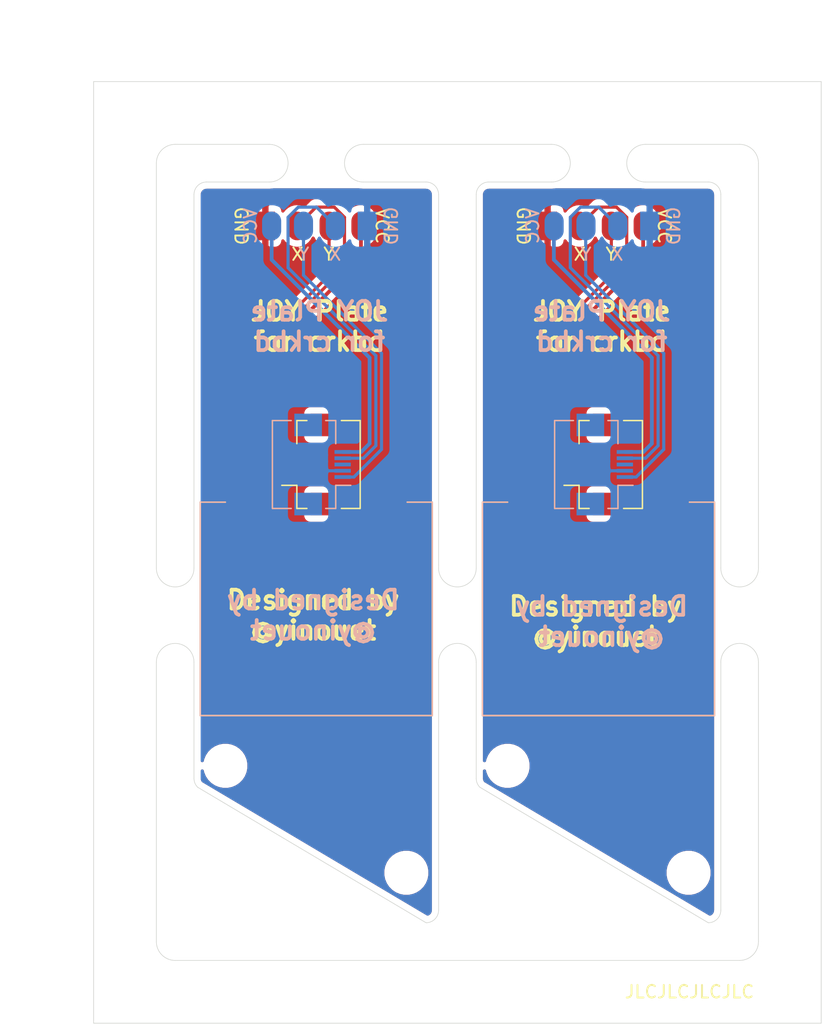
<source format=kicad_pcb>
(kicad_pcb (version 20171130) (host pcbnew "(5.1.10-1-10_14)")

  (general
    (thickness 1.6)
    (drawings 97)
    (tracks 92)
    (zones 0)
    (modules 18)
    (nets 21)
  )

  (page A4)
  (layers
    (0 F.Cu signal)
    (31 B.Cu signal)
    (32 B.Adhes user)
    (33 F.Adhes user)
    (34 B.Paste user hide)
    (35 F.Paste user hide)
    (36 B.SilkS user)
    (37 F.SilkS user)
    (38 B.Mask user hide)
    (39 F.Mask user)
    (40 Dwgs.User user)
    (41 Cmts.User user)
    (42 Eco1.User user)
    (43 Eco2.User user)
    (44 Edge.Cuts user)
    (45 Margin user)
    (46 B.CrtYd user)
    (47 F.CrtYd user)
    (48 B.Fab user)
    (49 F.Fab user)
  )

  (setup
    (last_trace_width 0.25)
    (user_trace_width 0.3)
    (user_trace_width 0.5)
    (user_trace_width 1)
    (trace_clearance 0.2)
    (zone_clearance 0.508)
    (zone_45_only no)
    (trace_min 0.2)
    (via_size 0.8)
    (via_drill 0.4)
    (via_min_size 0.4)
    (via_min_drill 0.3)
    (uvia_size 0.3)
    (uvia_drill 0.1)
    (uvias_allowed no)
    (uvia_min_size 0.2)
    (uvia_min_drill 0.1)
    (edge_width 0.05)
    (segment_width 0.2)
    (pcb_text_width 0.3)
    (pcb_text_size 1.5 1.5)
    (mod_edge_width 0.12)
    (mod_text_size 1 1)
    (mod_text_width 0.15)
    (pad_size 2.5 2.5)
    (pad_drill 2.5)
    (pad_to_mask_clearance 0)
    (aux_axis_origin 131.5 70.75)
    (grid_origin 131.5 70.75)
    (visible_elements FFFFFF7F)
    (pcbplotparams
      (layerselection 0x010f0_ffffffff)
      (usegerberextensions false)
      (usegerberattributes true)
      (usegerberadvancedattributes true)
      (creategerberjobfile true)
      (excludeedgelayer true)
      (linewidth 0.100000)
      (plotframeref false)
      (viasonmask false)
      (mode 1)
      (useauxorigin false)
      (hpglpennumber 1)
      (hpglpenspeed 20)
      (hpglpendiameter 15.000000)
      (psnegative false)
      (psa4output false)
      (plotreference true)
      (plotvalue true)
      (plotinvisibletext false)
      (padsonsilk false)
      (subtractmaskfromsilk false)
      (outputformat 1)
      (mirror false)
      (drillshape 0)
      (scaleselection 1)
      (outputdirectory "./"))
  )

  (net 0 "")
  (net 1 "Net-(J1-Pad1)")
  (net 2 "Net-(J1-Pad2)")
  (net 3 "Net-(J1-Pad3)")
  (net 4 "Net-(J1-Pad4)")
  (net 5 "Net-(J2-Pad3)")
  (net 6 "Net-(J3-Pad1)")
  (net 7 "Net-(J3-Pad2)")
  (net 8 "Net-(J3-Pad3)")
  (net 9 "Net-(J3-Pad4)")
  (net 10 "Net-(J4-Pad3)")
  (net 11 "Net-(J5-Pad4)")
  (net 12 "Net-(J5-Pad3)")
  (net 13 "Net-(J5-Pad2)")
  (net 14 "Net-(J5-Pad1)")
  (net 15 "Net-(J6-Pad3)")
  (net 16 "Net-(J7-Pad1)")
  (net 17 "Net-(J7-Pad2)")
  (net 18 "Net-(J7-Pad3)")
  (net 19 "Net-(J7-Pad4)")
  (net 20 "Net-(J8-Pad3)")

  (net_class Default "This is the default net class."
    (clearance 0.2)
    (trace_width 0.25)
    (via_dia 0.8)
    (via_drill 0.4)
    (uvia_dia 0.3)
    (uvia_drill 0.1)
    (add_net "Net-(J1-Pad1)")
    (add_net "Net-(J1-Pad2)")
    (add_net "Net-(J1-Pad3)")
    (add_net "Net-(J1-Pad4)")
    (add_net "Net-(J2-Pad3)")
    (add_net "Net-(J3-Pad1)")
    (add_net "Net-(J3-Pad2)")
    (add_net "Net-(J3-Pad3)")
    (add_net "Net-(J3-Pad4)")
    (add_net "Net-(J4-Pad3)")
    (add_net "Net-(J5-Pad1)")
    (add_net "Net-(J5-Pad2)")
    (add_net "Net-(J5-Pad3)")
    (add_net "Net-(J5-Pad4)")
    (add_net "Net-(J6-Pad3)")
    (add_net "Net-(J7-Pad1)")
    (add_net "Net-(J7-Pad2)")
    (add_net "Net-(J7-Pad3)")
    (add_net "Net-(J7-Pad4)")
    (add_net "Net-(J8-Pad3)")
  )

  (module kbd:Breakaway_Tabs (layer F.Cu) (tedit 5F29703B) (tstamp 60E5B27C)
    (at 141.25 70.5)
    (fp_text reference REF** (at -0.05 -2.4) (layer F.Fab)
      (effects (font (size 1 1) (thickness 0.15)))
    )
    (fp_text value Breakaway_Tabs (at -0.05 0.75) (layer F.Fab)
      (effects (font (size 1 1) (thickness 0.15)))
    )
    (fp_line (start -3 -0.2) (end 3 -0.2) (layer Dwgs.User) (width 0.12))
    (fp_line (start -3 0.2) (end 3 0.2) (layer Dwgs.User) (width 0.12))
    (pad "" np_thru_hole circle (at -1.1875 0) (size 0.3 0.3) (drill 0.3) (layers *.Cu *.Mask))
    (pad "" np_thru_hole circle (at -2.375 0) (size 0.3 0.3) (drill 0.3) (layers *.Cu *.Mask))
    (pad "" np_thru_hole circle (at -0.59375 0) (size 0.3 0.3) (drill 0.3) (layers *.Cu *.Mask))
    (pad "" np_thru_hole circle (at -1.78125 0) (size 0.3 0.3) (drill 0.3) (layers *.Cu *.Mask))
    (pad "" np_thru_hole circle (at 2.375 0) (size 0.3 0.3) (drill 0.3) (layers *.Cu *.Mask))
    (pad "" np_thru_hole circle (at 1.78125 0) (size 0.3 0.3) (drill 0.3) (layers *.Cu *.Mask))
    (pad "" np_thru_hole circle (at 1.1875 0) (size 0.3 0.3) (drill 0.3) (layers *.Cu *.Mask))
    (pad "" np_thru_hole circle (at 0.59375 0) (size 0.3 0.3) (drill 0.3) (layers *.Cu *.Mask))
    (pad "" np_thru_hole circle (at 0 0) (size 0.3 0.3) (drill 0.3) (layers *.Cu *.Mask))
  )

  (module kbd:Breakaway_Tabs (layer F.Cu) (tedit 5F29703B) (tstamp 60E5B20B)
    (at 163.75 70.5)
    (fp_text reference REF** (at -0.05 -2.4) (layer F.Fab)
      (effects (font (size 1 1) (thickness 0.15)))
    )
    (fp_text value Breakaway_Tabs (at -0.05 0.75) (layer F.Fab)
      (effects (font (size 1 1) (thickness 0.15)))
    )
    (fp_line (start -3 -0.2) (end 3 -0.2) (layer Dwgs.User) (width 0.12))
    (fp_line (start -3 0.2) (end 3 0.2) (layer Dwgs.User) (width 0.12))
    (pad "" np_thru_hole circle (at -1.1875 0) (size 0.3 0.3) (drill 0.3) (layers *.Cu *.Mask))
    (pad "" np_thru_hole circle (at -2.375 0) (size 0.3 0.3) (drill 0.3) (layers *.Cu *.Mask))
    (pad "" np_thru_hole circle (at -0.59375 0) (size 0.3 0.3) (drill 0.3) (layers *.Cu *.Mask))
    (pad "" np_thru_hole circle (at -1.78125 0) (size 0.3 0.3) (drill 0.3) (layers *.Cu *.Mask))
    (pad "" np_thru_hole circle (at 2.375 0) (size 0.3 0.3) (drill 0.3) (layers *.Cu *.Mask))
    (pad "" np_thru_hole circle (at 1.78125 0) (size 0.3 0.3) (drill 0.3) (layers *.Cu *.Mask))
    (pad "" np_thru_hole circle (at 1.1875 0) (size 0.3 0.3) (drill 0.3) (layers *.Cu *.Mask))
    (pad "" np_thru_hole circle (at 0.59375 0) (size 0.3 0.3) (drill 0.3) (layers *.Cu *.Mask))
    (pad "" np_thru_hole circle (at 0 0) (size 0.3 0.3) (drill 0.3) (layers *.Cu *.Mask))
  )

  (module kbd:Breakaway_Tabs (layer F.Cu) (tedit 5F29703B) (tstamp 60E5349F)
    (at 173.75 105.25 270)
    (fp_text reference REF** (at -0.05 -2.4 90) (layer F.Fab)
      (effects (font (size 1 1) (thickness 0.15)))
    )
    (fp_text value Breakaway_Tabs (at -0.05 0.75 90) (layer F.Fab)
      (effects (font (size 1 1) (thickness 0.15)))
    )
    (fp_line (start -3 0.2) (end 3 0.2) (layer Dwgs.User) (width 0.12))
    (fp_line (start -3 -0.2) (end 3 -0.2) (layer Dwgs.User) (width 0.12))
    (pad "" np_thru_hole circle (at 0 0 270) (size 0.3 0.3) (drill 0.3) (layers *.Cu *.Mask))
    (pad "" np_thru_hole circle (at 0.59375 0 270) (size 0.3 0.3) (drill 0.3) (layers *.Cu *.Mask))
    (pad "" np_thru_hole circle (at 1.1875 0 270) (size 0.3 0.3) (drill 0.3) (layers *.Cu *.Mask))
    (pad "" np_thru_hole circle (at 1.78125 0 270) (size 0.3 0.3) (drill 0.3) (layers *.Cu *.Mask))
    (pad "" np_thru_hole circle (at 2.375 0 270) (size 0.3 0.3) (drill 0.3) (layers *.Cu *.Mask))
    (pad "" np_thru_hole circle (at -1.78125 0 270) (size 0.3 0.3) (drill 0.3) (layers *.Cu *.Mask))
    (pad "" np_thru_hole circle (at -0.59375 0 270) (size 0.3 0.3) (drill 0.3) (layers *.Cu *.Mask))
    (pad "" np_thru_hole circle (at -2.375 0 270) (size 0.3 0.3) (drill 0.3) (layers *.Cu *.Mask))
    (pad "" np_thru_hole circle (at -1.1875 0 270) (size 0.3 0.3) (drill 0.3) (layers *.Cu *.Mask))
  )

  (module kbd:Breakaway_Tabs (layer F.Cu) (tedit 5F29703B) (tstamp 60E5349F)
    (at 153.75 105.25 270)
    (fp_text reference REF** (at -0.05 -2.4 90) (layer F.Fab)
      (effects (font (size 1 1) (thickness 0.15)))
    )
    (fp_text value Breakaway_Tabs (at -0.05 0.75 90) (layer F.Fab)
      (effects (font (size 1 1) (thickness 0.15)))
    )
    (fp_line (start -3 0.2) (end 3 0.2) (layer Dwgs.User) (width 0.12))
    (fp_line (start -3 -0.2) (end 3 -0.2) (layer Dwgs.User) (width 0.12))
    (pad "" np_thru_hole circle (at 0 0 270) (size 0.3 0.3) (drill 0.3) (layers *.Cu *.Mask))
    (pad "" np_thru_hole circle (at 0.59375 0 270) (size 0.3 0.3) (drill 0.3) (layers *.Cu *.Mask))
    (pad "" np_thru_hole circle (at 1.1875 0 270) (size 0.3 0.3) (drill 0.3) (layers *.Cu *.Mask))
    (pad "" np_thru_hole circle (at 1.78125 0 270) (size 0.3 0.3) (drill 0.3) (layers *.Cu *.Mask))
    (pad "" np_thru_hole circle (at 2.375 0 270) (size 0.3 0.3) (drill 0.3) (layers *.Cu *.Mask))
    (pad "" np_thru_hole circle (at -1.78125 0 270) (size 0.3 0.3) (drill 0.3) (layers *.Cu *.Mask))
    (pad "" np_thru_hole circle (at -0.59375 0 270) (size 0.3 0.3) (drill 0.3) (layers *.Cu *.Mask))
    (pad "" np_thru_hole circle (at -2.375 0 270) (size 0.3 0.3) (drill 0.3) (layers *.Cu *.Mask))
    (pad "" np_thru_hole circle (at -1.1875 0 270) (size 0.3 0.3) (drill 0.3) (layers *.Cu *.Mask))
  )

  (module kbd:Breakaway_Tabs (layer F.Cu) (tedit 5F29703B) (tstamp 60E5349F)
    (at 151.25 105.25 270)
    (fp_text reference REF** (at -0.05 -2.4 90) (layer F.Fab)
      (effects (font (size 1 1) (thickness 0.15)))
    )
    (fp_text value Breakaway_Tabs (at -0.05 0.75 90) (layer F.Fab)
      (effects (font (size 1 1) (thickness 0.15)))
    )
    (fp_line (start -3 0.2) (end 3 0.2) (layer Dwgs.User) (width 0.12))
    (fp_line (start -3 -0.2) (end 3 -0.2) (layer Dwgs.User) (width 0.12))
    (pad "" np_thru_hole circle (at 0 0 270) (size 0.3 0.3) (drill 0.3) (layers *.Cu *.Mask))
    (pad "" np_thru_hole circle (at 0.59375 0 270) (size 0.3 0.3) (drill 0.3) (layers *.Cu *.Mask))
    (pad "" np_thru_hole circle (at 1.1875 0 270) (size 0.3 0.3) (drill 0.3) (layers *.Cu *.Mask))
    (pad "" np_thru_hole circle (at 1.78125 0 270) (size 0.3 0.3) (drill 0.3) (layers *.Cu *.Mask))
    (pad "" np_thru_hole circle (at 2.375 0 270) (size 0.3 0.3) (drill 0.3) (layers *.Cu *.Mask))
    (pad "" np_thru_hole circle (at -1.78125 0 270) (size 0.3 0.3) (drill 0.3) (layers *.Cu *.Mask))
    (pad "" np_thru_hole circle (at -0.59375 0 270) (size 0.3 0.3) (drill 0.3) (layers *.Cu *.Mask))
    (pad "" np_thru_hole circle (at -2.375 0 270) (size 0.3 0.3) (drill 0.3) (layers *.Cu *.Mask))
    (pad "" np_thru_hole circle (at -1.1875 0 270) (size 0.3 0.3) (drill 0.3) (layers *.Cu *.Mask))
  )

  (module kbd:Breakaway_Tabs (layer F.Cu) (tedit 5F29703B) (tstamp 60E5339A)
    (at 131.25 105.25 270)
    (fp_text reference REF** (at -0.05 -2.4 90) (layer F.Fab)
      (effects (font (size 1 1) (thickness 0.15)))
    )
    (fp_text value Breakaway_Tabs (at -0.05 0.75 90) (layer F.Fab)
      (effects (font (size 1 1) (thickness 0.15)))
    )
    (fp_line (start -3 0.2) (end 3 0.2) (layer Dwgs.User) (width 0.12))
    (fp_line (start -3 -0.2) (end 3 -0.2) (layer Dwgs.User) (width 0.12))
    (pad "" np_thru_hole circle (at -1.1875 0 270) (size 0.3 0.3) (drill 0.3) (layers *.Cu *.Mask))
    (pad "" np_thru_hole circle (at -2.375 0 270) (size 0.3 0.3) (drill 0.3) (layers *.Cu *.Mask))
    (pad "" np_thru_hole circle (at -0.59375 0 270) (size 0.3 0.3) (drill 0.3) (layers *.Cu *.Mask))
    (pad "" np_thru_hole circle (at -1.78125 0 270) (size 0.3 0.3) (drill 0.3) (layers *.Cu *.Mask))
    (pad "" np_thru_hole circle (at 2.375 0 270) (size 0.3 0.3) (drill 0.3) (layers *.Cu *.Mask))
    (pad "" np_thru_hole circle (at 1.78125 0 270) (size 0.3 0.3) (drill 0.3) (layers *.Cu *.Mask))
    (pad "" np_thru_hole circle (at 1.1875 0 270) (size 0.3 0.3) (drill 0.3) (layers *.Cu *.Mask))
    (pad "" np_thru_hole circle (at 0.59375 0 270) (size 0.3 0.3) (drill 0.3) (layers *.Cu *.Mask))
    (pad "" np_thru_hole circle (at 0 0 270) (size 0.3 0.3) (drill 0.3) (layers *.Cu *.Mask))
  )

  (module MountingHole:MountingHole_2.5mm (layer F.Cu) (tedit 56D1B4CB) (tstamp 60E52BBB)
    (at 156.5 117.25)
    (descr "Mounting Hole 2.5mm, no annular")
    (tags "mounting hole 2.5mm no annular")
    (attr virtual)
    (fp_text reference REF** (at 0 -3.5) (layer F.SilkS) hide
      (effects (font (size 1 1) (thickness 0.15)))
    )
    (fp_text value MountingHole_2.5mm (at 0 3.5) (layer F.Fab)
      (effects (font (size 1 1) (thickness 0.15)))
    )
    (fp_circle (center 0 0) (end 2.75 0) (layer F.CrtYd) (width 0.05))
    (fp_circle (center 0 0) (end 2.5 0) (layer Cmts.User) (width 0.15))
    (fp_text user %R (at 0.3 0) (layer F.Fab)
      (effects (font (size 1 1) (thickness 0.15)))
    )
    (pad 1 np_thru_hole circle (at 0 0) (size 2.5 2.5) (drill 2.5) (layers *.Cu *.Mask))
  )

  (module MountingHole:MountingHole_2.5mm (layer F.Cu) (tedit 56D1B4CB) (tstamp 60E52BB4)
    (at 170.93 125.77)
    (descr "Mounting Hole 2.5mm, no annular")
    (tags "mounting hole 2.5mm no annular")
    (attr virtual)
    (fp_text reference REF** (at 0 -3.5) (layer F.SilkS) hide
      (effects (font (size 1 1) (thickness 0.15)))
    )
    (fp_text value MountingHole_2.5mm (at 0 3.5) (layer F.Fab)
      (effects (font (size 1 1) (thickness 0.15)))
    )
    (fp_circle (center 0 0) (end 2.75 0) (layer F.CrtYd) (width 0.05))
    (fp_circle (center 0 0) (end 2.5 0) (layer Cmts.User) (width 0.15))
    (fp_text user %R (at 0.3 0) (layer F.Fab)
      (effects (font (size 1 1) (thickness 0.15)))
    )
    (pad 1 np_thru_hole circle (at 0 0) (size 2.5 2.5) (drill 2.5) (layers *.Cu *.Mask))
  )

  (module MountingHole:MountingHole_2.5mm (layer F.Cu) (tedit 56D1B4CB) (tstamp 60E52BAF)
    (at 134 117.25)
    (descr "Mounting Hole 2.5mm, no annular")
    (tags "mounting hole 2.5mm no annular")
    (attr virtual)
    (fp_text reference REF** (at 0 -3.5) (layer F.SilkS) hide
      (effects (font (size 1 1) (thickness 0.15)))
    )
    (fp_text value MountingHole_2.5mm (at 0 3.5) (layer F.Fab)
      (effects (font (size 1 1) (thickness 0.15)))
    )
    (fp_circle (center 0 0) (end 2.75 0) (layer F.CrtYd) (width 0.05))
    (fp_circle (center 0 0) (end 2.5 0) (layer Cmts.User) (width 0.15))
    (fp_text user %R (at 0.3 0) (layer F.Fab)
      (effects (font (size 1 1) (thickness 0.15)))
    )
    (pad 1 np_thru_hole circle (at 0 0) (size 2.5 2.5) (drill 2.5) (layers *.Cu *.Mask))
  )

  (module MountingHole:MountingHole_2.5mm (layer F.Cu) (tedit 56D1B4CB) (tstamp 60E52AC8)
    (at 148.43 125.77)
    (descr "Mounting Hole 2.5mm, no annular")
    (tags "mounting hole 2.5mm no annular")
    (attr virtual)
    (fp_text reference REF** (at 0 -3.5) (layer F.SilkS) hide
      (effects (font (size 1 1) (thickness 0.15)))
    )
    (fp_text value MountingHole_2.5mm (at 0 3.5) (layer F.Fab)
      (effects (font (size 1 1) (thickness 0.15)))
    )
    (fp_circle (center 0 0) (end 2.75 0) (layer F.CrtYd) (width 0.05))
    (fp_circle (center 0 0) (end 2.5 0) (layer Cmts.User) (width 0.15))
    (fp_text user %R (at 0.3 0) (layer F.Fab)
      (effects (font (size 1 1) (thickness 0.15)))
    )
    (pad 1 np_thru_hole circle (at 0 0) (size 2.5 2.5) (drill 2.5) (layers *.Cu *.Mask))
  )

  (module FFCConn:uxcell_FFC_Connector_1x5_P0 (layer F.Cu) (tedit 60E42847) (tstamp 60E4AEB2)
    (at 141 93.25 90)
    (descr "Hirose FH12, FFC/FPC connector, FH12-6S-0.5SH, 6 Pins per row (https://www.hirose.com/product/en/products/FH12/FH12-24S-0.5SH(55)/), generated with kicad-footprint-generator")
    (tags "connector Hirose FH12 horizontal")
    (path /60E52190)
    (attr smd)
    (fp_text reference J2 (at 0 -3.7 90) (layer F.SilkS) hide
      (effects (font (size 1 1) (thickness 0.15)))
    )
    (fp_text value Conn_01x05 (at 0 5.6 90) (layer F.Fab)
      (effects (font (size 1 1) (thickness 0.15)))
    )
    (fp_line (start 4.55 -3) (end -4.55 -3) (layer F.CrtYd) (width 0.05))
    (fp_line (start 4.55 4.9) (end 4.55 -3) (layer F.CrtYd) (width 0.05))
    (fp_line (start -4.55 4.9) (end 4.55 4.9) (layer F.CrtYd) (width 0.05))
    (fp_line (start -4.55 -3) (end -4.55 4.9) (layer F.CrtYd) (width 0.05))
    (fp_line (start -1.25 -0.492893) (end -0.75 -1.2) (layer F.Fab) (width 0.1))
    (fp_line (start -1.75 -1.2) (end -1.25 -0.492893) (layer F.Fab) (width 0.1))
    (fp_line (start -1.66 -1.3) (end -1.66 -2.5) (layer F.SilkS) (width 0.12))
    (fp_line (start 3.5 3.75) (end 3.5 2.25) (layer F.SilkS) (width 0.12))
    (fp_line (start -3.5 3.75) (end 3.5 3.75) (layer F.SilkS) (width 0.12))
    (fp_line (start -3.5 2.25) (end -3.5 3.74) (layer F.SilkS) (width 0.12))
    (fp_line (start 3.5 -1.3) (end 3.5 -0.5) (layer F.SilkS) (width 0.12))
    (fp_line (start 1.66 -1.3) (end 3.5 -1.3) (layer F.SilkS) (width 0.12))
    (fp_line (start -3.5 -1.3) (end -3.5 -0.5) (layer F.SilkS) (width 0.12))
    (fp_line (start -1.66 -1.3) (end -3.5 -1.3) (layer F.SilkS) (width 0.12))
    (fp_line (start 2.95 3.65) (end 0 3.65) (layer F.Fab) (width 0.1))
    (fp_line (start 2.95 2.95) (end 2.95 3.65) (layer F.Fab) (width 0.1))
    (fp_line (start 2.45 2.95) (end 2.95 2.95) (layer F.Fab) (width 0.1))
    (fp_line (start 2.45 2.65) (end 2.45 2.95) (layer F.Fab) (width 0.1))
    (fp_line (start 3.05 2.65) (end 2.45 2.65) (layer F.Fab) (width 0.1))
    (fp_line (start 3.05 -1.2) (end 3.05 2.65) (layer F.Fab) (width 0.1))
    (fp_line (start 0 -1.2) (end 3.05 -1.2) (layer F.Fab) (width 0.1))
    (fp_line (start -2.95 3.65) (end 0 3.65) (layer F.Fab) (width 0.1))
    (fp_line (start -2.95 2.95) (end -2.95 3.65) (layer F.Fab) (width 0.1))
    (fp_line (start -2.45 2.95) (end -2.95 2.95) (layer F.Fab) (width 0.1))
    (fp_line (start -2.45 2.65) (end -2.45 2.95) (layer F.Fab) (width 0.1))
    (fp_line (start -3.05 2.65) (end -2.45 2.65) (layer F.Fab) (width 0.1))
    (fp_line (start -3.05 -1.2) (end -3.05 2.65) (layer F.Fab) (width 0.1))
    (fp_line (start 0 -1.2) (end -3.05 -1.2) (layer F.Fab) (width 0.1))
    (fp_text user %R (at 0 2.95 90) (layer F.Fab)
      (effects (font (size 1 1) (thickness 0.15)))
    )
    (pad MP smd rect (at 3.15 0.9 90) (size 1.8 2.2) (layers F.Cu F.Paste F.Mask))
    (pad MP smd rect (at -3.15 0.9 90) (size 1.8 2.2) (layers F.Cu F.Paste F.Mask))
    (pad 1 smd rect (at -1 -1.85 90) (size 0.3 1.3) (layers F.Cu F.Paste F.Mask)
      (net 3 "Net-(J1-Pad3)"))
    (pad 2 smd rect (at -0.5 -1.85 90) (size 0.3 1.3) (layers F.Cu F.Paste F.Mask)
      (net 1 "Net-(J1-Pad1)"))
    (pad 3 smd rect (at 0 -1.85 90) (size 0.3 1.3) (layers F.Cu F.Paste F.Mask)
      (net 5 "Net-(J2-Pad3)"))
    (pad 4 smd rect (at 0.5 -1.85 90) (size 0.3 1.3) (layers F.Cu F.Paste F.Mask)
      (net 2 "Net-(J1-Pad2)"))
    (pad 5 smd rect (at 1 -1.85 90) (size 0.3 1.3) (layers F.Cu F.Paste F.Mask)
      (net 4 "Net-(J1-Pad4)"))
    (model ${KISYS3DMOD}/Connector_FFC-FPC.3dshapes/Hirose_FH12-6S-0.5SH_1x06-1MP_P0.50mm_Horizontal.wrl
      (at (xyz 0 0 0))
      (scale (xyz 1 1 1))
      (rotate (xyz 0 0 0))
    )
  )

  (module FFCConn:PAD_4P (layer F.Cu) (tedit 60E43590) (tstamp 60E4C738)
    (at 141 74.25)
    (path /60E52E78)
    (fp_text reference J1 (at 0 2.54) (layer F.SilkS) hide
      (effects (font (size 1 1) (thickness 0.15)))
    )
    (fp_text value Conn_01x04 (at 0 -2.54) (layer F.Fab)
      (effects (font (size 1 1) (thickness 0.15)))
    )
    (pad 4 smd oval (at 3.81 0) (size 1.524 2.286) (layers F.Cu F.Paste F.Mask)
      (net 4 "Net-(J1-Pad4)"))
    (pad 3 smd oval (at 1.27 0) (size 1.524 2.286) (layers F.Cu F.Paste F.Mask)
      (net 3 "Net-(J1-Pad3)"))
    (pad 2 smd oval (at -1.27 0) (size 1.524 2.286) (layers F.Cu F.Paste F.Mask)
      (net 2 "Net-(J1-Pad2)"))
    (pad 1 smd rect (at -3.81 0) (size 1.524 2.286) (layers F.Cu F.Paste F.Mask)
      (net 1 "Net-(J1-Pad1)"))
  )

  (module FFCConn:PAD_4P (layer B.Cu) (tedit 60E43590) (tstamp 60E4EC2C)
    (at 141.5 74.25 180)
    (path /60E4FE57)
    (fp_text reference J3 (at 0 -2.54) (layer B.SilkS) hide
      (effects (font (size 1 1) (thickness 0.15)) (justify mirror))
    )
    (fp_text value Conn_01x04 (at 0 2.54) (layer B.Fab)
      (effects (font (size 1 1) (thickness 0.15)) (justify mirror))
    )
    (pad 1 smd rect (at -3.81 0 180) (size 1.524 2.286) (layers B.Cu B.Paste B.Mask)
      (net 6 "Net-(J3-Pad1)"))
    (pad 2 smd oval (at -1.27 0 180) (size 1.524 2.286) (layers B.Cu B.Paste B.Mask)
      (net 7 "Net-(J3-Pad2)"))
    (pad 3 smd oval (at 1.27 0 180) (size 1.524 2.286) (layers B.Cu B.Paste B.Mask)
      (net 8 "Net-(J3-Pad3)"))
    (pad 4 smd oval (at 3.81 0 180) (size 1.524 2.286) (layers B.Cu B.Paste B.Mask)
      (net 9 "Net-(J3-Pad4)"))
  )

  (module FFCConn:uxcell_FFC_Connector_1x5_P0 (layer B.Cu) (tedit 60E42847) (tstamp 60E4EC54)
    (at 141.5 93.25 90)
    (descr "Hirose FH12, FFC/FPC connector, FH12-6S-0.5SH, 6 Pins per row (https://www.hirose.com/product/en/products/FH12/FH12-24S-0.5SH(55)/), generated with kicad-footprint-generator")
    (tags "connector Hirose FH12 horizontal")
    (path /60E4FE50)
    (attr smd)
    (fp_text reference J4 (at 0 3.7 270) (layer B.SilkS) hide
      (effects (font (size 1 1) (thickness 0.15)) (justify mirror))
    )
    (fp_text value Conn_01x05 (at 0 -5.6 270) (layer B.Fab)
      (effects (font (size 1 1) (thickness 0.15)) (justify mirror))
    )
    (fp_line (start 0 1.2) (end -3.05 1.2) (layer B.Fab) (width 0.1))
    (fp_line (start -3.05 1.2) (end -3.05 -2.65) (layer B.Fab) (width 0.1))
    (fp_line (start -3.05 -2.65) (end -2.45 -2.65) (layer B.Fab) (width 0.1))
    (fp_line (start -2.45 -2.65) (end -2.45 -2.95) (layer B.Fab) (width 0.1))
    (fp_line (start -2.45 -2.95) (end -2.95 -2.95) (layer B.Fab) (width 0.1))
    (fp_line (start -2.95 -2.95) (end -2.95 -3.65) (layer B.Fab) (width 0.1))
    (fp_line (start -2.95 -3.65) (end 0 -3.65) (layer B.Fab) (width 0.1))
    (fp_line (start 0 1.2) (end 3.05 1.2) (layer B.Fab) (width 0.1))
    (fp_line (start 3.05 1.2) (end 3.05 -2.65) (layer B.Fab) (width 0.1))
    (fp_line (start 3.05 -2.65) (end 2.45 -2.65) (layer B.Fab) (width 0.1))
    (fp_line (start 2.45 -2.65) (end 2.45 -2.95) (layer B.Fab) (width 0.1))
    (fp_line (start 2.45 -2.95) (end 2.95 -2.95) (layer B.Fab) (width 0.1))
    (fp_line (start 2.95 -2.95) (end 2.95 -3.65) (layer B.Fab) (width 0.1))
    (fp_line (start 2.95 -3.65) (end 0 -3.65) (layer B.Fab) (width 0.1))
    (fp_line (start -1.66 1.3) (end -3.5 1.3) (layer B.SilkS) (width 0.12))
    (fp_line (start -3.5 1.3) (end -3.5 0.5) (layer B.SilkS) (width 0.12))
    (fp_line (start 1.66 1.3) (end 3.5 1.3) (layer B.SilkS) (width 0.12))
    (fp_line (start 3.5 1.3) (end 3.5 0.5) (layer B.SilkS) (width 0.12))
    (fp_line (start -3.5 -2.25) (end -3.5 -3.74) (layer B.SilkS) (width 0.12))
    (fp_line (start -3.5 -3.75) (end 3.5 -3.75) (layer B.SilkS) (width 0.12))
    (fp_line (start 3.5 -3.75) (end 3.5 -2.25) (layer B.SilkS) (width 0.12))
    (fp_line (start -1.66 1.3) (end -1.66 2.5) (layer B.SilkS) (width 0.12))
    (fp_line (start -1.75 1.2) (end -1.25 0.492893) (layer B.Fab) (width 0.1))
    (fp_line (start -1.25 0.492893) (end -0.75 1.2) (layer B.Fab) (width 0.1))
    (fp_line (start -4.55 3) (end -4.55 -4.9) (layer B.CrtYd) (width 0.05))
    (fp_line (start -4.55 -4.9) (end 4.55 -4.9) (layer B.CrtYd) (width 0.05))
    (fp_line (start 4.55 -4.9) (end 4.55 3) (layer B.CrtYd) (width 0.05))
    (fp_line (start 4.55 3) (end -4.55 3) (layer B.CrtYd) (width 0.05))
    (fp_text user %R (at 0 -2.95 270) (layer B.Fab)
      (effects (font (size 1 1) (thickness 0.15)) (justify mirror))
    )
    (pad 5 smd rect (at 1 1.85 90) (size 0.3 1.3) (layers B.Cu B.Paste B.Mask)
      (net 9 "Net-(J3-Pad4)"))
    (pad 4 smd rect (at 0.5 1.85 90) (size 0.3 1.3) (layers B.Cu B.Paste B.Mask)
      (net 7 "Net-(J3-Pad2)"))
    (pad 3 smd rect (at 0 1.85 90) (size 0.3 1.3) (layers B.Cu B.Paste B.Mask)
      (net 10 "Net-(J4-Pad3)"))
    (pad 2 smd rect (at -0.5 1.85 90) (size 0.3 1.3) (layers B.Cu B.Paste B.Mask)
      (net 6 "Net-(J3-Pad1)"))
    (pad 1 smd rect (at -1 1.85 90) (size 0.3 1.3) (layers B.Cu B.Paste B.Mask)
      (net 8 "Net-(J3-Pad3)"))
    (pad MP smd rect (at -3.15 -0.9 90) (size 1.8 2.2) (layers B.Cu B.Paste B.Mask))
    (pad MP smd rect (at 3.15 -0.9 90) (size 1.8 2.2) (layers B.Cu B.Paste B.Mask))
    (model ${KISYS3DMOD}/Connector_FFC-FPC.3dshapes/Hirose_FH12-6S-0.5SH_1x06-1MP_P0.50mm_Horizontal.wrl
      (at (xyz 0 0 0))
      (scale (xyz 1 1 1))
      (rotate (xyz 0 0 0))
    )
  )

  (module FFCConn:PAD_4P (layer F.Cu) (tedit 60E43590) (tstamp 60E4EC5C)
    (at 163.5 74.25)
    (path /60E50393)
    (fp_text reference J5 (at 0 2.54) (layer F.SilkS) hide
      (effects (font (size 1 1) (thickness 0.15)))
    )
    (fp_text value Conn_01x04 (at 0 -2.54) (layer F.Fab)
      (effects (font (size 1 1) (thickness 0.15)))
    )
    (pad 4 smd oval (at 3.81 0) (size 1.524 2.286) (layers F.Cu F.Paste F.Mask)
      (net 11 "Net-(J5-Pad4)"))
    (pad 3 smd oval (at 1.27 0) (size 1.524 2.286) (layers F.Cu F.Paste F.Mask)
      (net 12 "Net-(J5-Pad3)"))
    (pad 2 smd oval (at -1.27 0) (size 1.524 2.286) (layers F.Cu F.Paste F.Mask)
      (net 13 "Net-(J5-Pad2)"))
    (pad 1 smd rect (at -3.81 0) (size 1.524 2.286) (layers F.Cu F.Paste F.Mask)
      (net 14 "Net-(J5-Pad1)"))
  )

  (module FFCConn:uxcell_FFC_Connector_1x5_P0 (layer F.Cu) (tedit 60E42847) (tstamp 60E4EC84)
    (at 163.5 93.25 90)
    (descr "Hirose FH12, FFC/FPC connector, FH12-6S-0.5SH, 6 Pins per row (https://www.hirose.com/product/en/products/FH12/FH12-24S-0.5SH(55)/), generated with kicad-footprint-generator")
    (tags "connector Hirose FH12 horizontal")
    (path /60E5038C)
    (attr smd)
    (fp_text reference J6 (at 0 -3.7 90) (layer F.SilkS) hide
      (effects (font (size 1 1) (thickness 0.15)))
    )
    (fp_text value Conn_01x05 (at 0 5.6 90) (layer F.Fab)
      (effects (font (size 1 1) (thickness 0.15)))
    )
    (fp_line (start 4.55 -3) (end -4.55 -3) (layer F.CrtYd) (width 0.05))
    (fp_line (start 4.55 4.9) (end 4.55 -3) (layer F.CrtYd) (width 0.05))
    (fp_line (start -4.55 4.9) (end 4.55 4.9) (layer F.CrtYd) (width 0.05))
    (fp_line (start -4.55 -3) (end -4.55 4.9) (layer F.CrtYd) (width 0.05))
    (fp_line (start -1.25 -0.492893) (end -0.75 -1.2) (layer F.Fab) (width 0.1))
    (fp_line (start -1.75 -1.2) (end -1.25 -0.492893) (layer F.Fab) (width 0.1))
    (fp_line (start -1.66 -1.3) (end -1.66 -2.5) (layer F.SilkS) (width 0.12))
    (fp_line (start 3.5 3.75) (end 3.5 2.25) (layer F.SilkS) (width 0.12))
    (fp_line (start -3.5 3.75) (end 3.5 3.75) (layer F.SilkS) (width 0.12))
    (fp_line (start -3.5 2.25) (end -3.5 3.74) (layer F.SilkS) (width 0.12))
    (fp_line (start 3.5 -1.3) (end 3.5 -0.5) (layer F.SilkS) (width 0.12))
    (fp_line (start 1.66 -1.3) (end 3.5 -1.3) (layer F.SilkS) (width 0.12))
    (fp_line (start -3.5 -1.3) (end -3.5 -0.5) (layer F.SilkS) (width 0.12))
    (fp_line (start -1.66 -1.3) (end -3.5 -1.3) (layer F.SilkS) (width 0.12))
    (fp_line (start 2.95 3.65) (end 0 3.65) (layer F.Fab) (width 0.1))
    (fp_line (start 2.95 2.95) (end 2.95 3.65) (layer F.Fab) (width 0.1))
    (fp_line (start 2.45 2.95) (end 2.95 2.95) (layer F.Fab) (width 0.1))
    (fp_line (start 2.45 2.65) (end 2.45 2.95) (layer F.Fab) (width 0.1))
    (fp_line (start 3.05 2.65) (end 2.45 2.65) (layer F.Fab) (width 0.1))
    (fp_line (start 3.05 -1.2) (end 3.05 2.65) (layer F.Fab) (width 0.1))
    (fp_line (start 0 -1.2) (end 3.05 -1.2) (layer F.Fab) (width 0.1))
    (fp_line (start -2.95 3.65) (end 0 3.65) (layer F.Fab) (width 0.1))
    (fp_line (start -2.95 2.95) (end -2.95 3.65) (layer F.Fab) (width 0.1))
    (fp_line (start -2.45 2.95) (end -2.95 2.95) (layer F.Fab) (width 0.1))
    (fp_line (start -2.45 2.65) (end -2.45 2.95) (layer F.Fab) (width 0.1))
    (fp_line (start -3.05 2.65) (end -2.45 2.65) (layer F.Fab) (width 0.1))
    (fp_line (start -3.05 -1.2) (end -3.05 2.65) (layer F.Fab) (width 0.1))
    (fp_line (start 0 -1.2) (end -3.05 -1.2) (layer F.Fab) (width 0.1))
    (fp_text user %R (at 0 2.95 90) (layer F.Fab)
      (effects (font (size 1 1) (thickness 0.15)))
    )
    (pad MP smd rect (at 3.15 0.9 90) (size 1.8 2.2) (layers F.Cu F.Paste F.Mask))
    (pad MP smd rect (at -3.15 0.9 90) (size 1.8 2.2) (layers F.Cu F.Paste F.Mask))
    (pad 1 smd rect (at -1 -1.85 90) (size 0.3 1.3) (layers F.Cu F.Paste F.Mask)
      (net 12 "Net-(J5-Pad3)"))
    (pad 2 smd rect (at -0.5 -1.85 90) (size 0.3 1.3) (layers F.Cu F.Paste F.Mask)
      (net 14 "Net-(J5-Pad1)"))
    (pad 3 smd rect (at 0 -1.85 90) (size 0.3 1.3) (layers F.Cu F.Paste F.Mask)
      (net 15 "Net-(J6-Pad3)"))
    (pad 4 smd rect (at 0.5 -1.85 90) (size 0.3 1.3) (layers F.Cu F.Paste F.Mask)
      (net 13 "Net-(J5-Pad2)"))
    (pad 5 smd rect (at 1 -1.85 90) (size 0.3 1.3) (layers F.Cu F.Paste F.Mask)
      (net 11 "Net-(J5-Pad4)"))
    (model ${KISYS3DMOD}/Connector_FFC-FPC.3dshapes/Hirose_FH12-6S-0.5SH_1x06-1MP_P0.50mm_Horizontal.wrl
      (at (xyz 0 0 0))
      (scale (xyz 1 1 1))
      (rotate (xyz 0 0 0))
    )
  )

  (module FFCConn:PAD_4P (layer B.Cu) (tedit 60E43590) (tstamp 60E4EC8C)
    (at 164.02 74.25 180)
    (path /60E50CF4)
    (fp_text reference J7 (at 0 -2.54) (layer B.SilkS) hide
      (effects (font (size 1 1) (thickness 0.15)) (justify mirror))
    )
    (fp_text value Conn_01x04 (at 0 2.54) (layer B.Fab)
      (effects (font (size 1 1) (thickness 0.15)) (justify mirror))
    )
    (pad 1 smd rect (at -3.81 0 180) (size 1.524 2.286) (layers B.Cu B.Paste B.Mask)
      (net 16 "Net-(J7-Pad1)"))
    (pad 2 smd oval (at -1.27 0 180) (size 1.524 2.286) (layers B.Cu B.Paste B.Mask)
      (net 17 "Net-(J7-Pad2)"))
    (pad 3 smd oval (at 1.27 0 180) (size 1.524 2.286) (layers B.Cu B.Paste B.Mask)
      (net 18 "Net-(J7-Pad3)"))
    (pad 4 smd oval (at 3.81 0 180) (size 1.524 2.286) (layers B.Cu B.Paste B.Mask)
      (net 19 "Net-(J7-Pad4)"))
  )

  (module FFCConn:uxcell_FFC_Connector_1x5_P0 (layer B.Cu) (tedit 60E42847) (tstamp 60E4ECB4)
    (at 164 93.25 90)
    (descr "Hirose FH12, FFC/FPC connector, FH12-6S-0.5SH, 6 Pins per row (https://www.hirose.com/product/en/products/FH12/FH12-24S-0.5SH(55)/), generated with kicad-footprint-generator")
    (tags "connector Hirose FH12 horizontal")
    (path /60E50CED)
    (attr smd)
    (fp_text reference J8 (at 0 3.7 270) (layer B.SilkS) hide
      (effects (font (size 1 1) (thickness 0.15)) (justify mirror))
    )
    (fp_text value Conn_01x05 (at 0 -5.6 270) (layer B.Fab)
      (effects (font (size 1 1) (thickness 0.15)) (justify mirror))
    )
    (fp_line (start 0 1.2) (end -3.05 1.2) (layer B.Fab) (width 0.1))
    (fp_line (start -3.05 1.2) (end -3.05 -2.65) (layer B.Fab) (width 0.1))
    (fp_line (start -3.05 -2.65) (end -2.45 -2.65) (layer B.Fab) (width 0.1))
    (fp_line (start -2.45 -2.65) (end -2.45 -2.95) (layer B.Fab) (width 0.1))
    (fp_line (start -2.45 -2.95) (end -2.95 -2.95) (layer B.Fab) (width 0.1))
    (fp_line (start -2.95 -2.95) (end -2.95 -3.65) (layer B.Fab) (width 0.1))
    (fp_line (start -2.95 -3.65) (end 0 -3.65) (layer B.Fab) (width 0.1))
    (fp_line (start 0 1.2) (end 3.05 1.2) (layer B.Fab) (width 0.1))
    (fp_line (start 3.05 1.2) (end 3.05 -2.65) (layer B.Fab) (width 0.1))
    (fp_line (start 3.05 -2.65) (end 2.45 -2.65) (layer B.Fab) (width 0.1))
    (fp_line (start 2.45 -2.65) (end 2.45 -2.95) (layer B.Fab) (width 0.1))
    (fp_line (start 2.45 -2.95) (end 2.95 -2.95) (layer B.Fab) (width 0.1))
    (fp_line (start 2.95 -2.95) (end 2.95 -3.65) (layer B.Fab) (width 0.1))
    (fp_line (start 2.95 -3.65) (end 0 -3.65) (layer B.Fab) (width 0.1))
    (fp_line (start -1.66 1.3) (end -3.5 1.3) (layer B.SilkS) (width 0.12))
    (fp_line (start -3.5 1.3) (end -3.5 0.5) (layer B.SilkS) (width 0.12))
    (fp_line (start 1.66 1.3) (end 3.5 1.3) (layer B.SilkS) (width 0.12))
    (fp_line (start 3.5 1.3) (end 3.5 0.5) (layer B.SilkS) (width 0.12))
    (fp_line (start -3.5 -2.25) (end -3.5 -3.74) (layer B.SilkS) (width 0.12))
    (fp_line (start -3.5 -3.75) (end 3.5 -3.75) (layer B.SilkS) (width 0.12))
    (fp_line (start 3.5 -3.75) (end 3.5 -2.25) (layer B.SilkS) (width 0.12))
    (fp_line (start -1.66 1.3) (end -1.66 2.5) (layer B.SilkS) (width 0.12))
    (fp_line (start -1.75 1.2) (end -1.25 0.492893) (layer B.Fab) (width 0.1))
    (fp_line (start -1.25 0.492893) (end -0.75 1.2) (layer B.Fab) (width 0.1))
    (fp_line (start -4.55 3) (end -4.55 -4.9) (layer B.CrtYd) (width 0.05))
    (fp_line (start -4.55 -4.9) (end 4.55 -4.9) (layer B.CrtYd) (width 0.05))
    (fp_line (start 4.55 -4.9) (end 4.55 3) (layer B.CrtYd) (width 0.05))
    (fp_line (start 4.55 3) (end -4.55 3) (layer B.CrtYd) (width 0.05))
    (fp_text user %R (at 0 -2.95 270) (layer B.Fab)
      (effects (font (size 1 1) (thickness 0.15)) (justify mirror))
    )
    (pad 5 smd rect (at 1 1.85 90) (size 0.3 1.3) (layers B.Cu B.Paste B.Mask)
      (net 19 "Net-(J7-Pad4)"))
    (pad 4 smd rect (at 0.5 1.85 90) (size 0.3 1.3) (layers B.Cu B.Paste B.Mask)
      (net 17 "Net-(J7-Pad2)"))
    (pad 3 smd rect (at 0 1.85 90) (size 0.3 1.3) (layers B.Cu B.Paste B.Mask)
      (net 20 "Net-(J8-Pad3)"))
    (pad 2 smd rect (at -0.5 1.85 90) (size 0.3 1.3) (layers B.Cu B.Paste B.Mask)
      (net 16 "Net-(J7-Pad1)"))
    (pad 1 smd rect (at -1 1.85 90) (size 0.3 1.3) (layers B.Cu B.Paste B.Mask)
      (net 18 "Net-(J7-Pad3)"))
    (pad MP smd rect (at -3.15 -0.9 90) (size 1.8 2.2) (layers B.Cu B.Paste B.Mask))
    (pad MP smd rect (at 3.15 -0.9 90) (size 1.8 2.2) (layers B.Cu B.Paste B.Mask))
    (model ${KISYS3DMOD}/Connector_FFC-FPC.3dshapes/Hirose_FH12-6S-0.5SH_1x06-1MP_P0.50mm_Horizontal.wrl
      (at (xyz 0 0 0))
      (scale (xyz 1 1 1))
      (rotate (xyz 0 0 0))
    )
  )

  (gr_text JLCJLCJLCJLC (at 171 135.25) (layer F.SilkS)
    (effects (font (size 1 1) (thickness 0.15)))
  )
  (dimension 75 (width 0.15) (layer Dwgs.User)
    (gr_text "75.000 mm" (at 119.7 100.25 270) (layer Dwgs.User)
      (effects (font (size 1 1) (thickness 0.15)))
    )
    (feature1 (pts (xy 123.5 137.75) (xy 120.413579 137.75)))
    (feature2 (pts (xy 123.5 62.75) (xy 120.413579 62.75)))
    (crossbar (pts (xy 121 62.75) (xy 121 137.75)))
    (arrow1a (pts (xy 121 137.75) (xy 120.413579 136.623496)))
    (arrow1b (pts (xy 121 137.75) (xy 121.586421 136.623496)))
    (arrow2a (pts (xy 121 62.75) (xy 120.413579 63.876504)))
    (arrow2b (pts (xy 121 62.75) (xy 121.586421 63.876504)))
  )
  (dimension 58 (width 0.15) (layer Dwgs.User)
    (gr_text "58.000 mm" (at 152.5 56.95) (layer Dwgs.User)
      (effects (font (size 1 1) (thickness 0.15)))
    )
    (feature1 (pts (xy 181.5 62.75) (xy 181.5 57.663579)))
    (feature2 (pts (xy 123.5 62.75) (xy 123.5 57.663579)))
    (crossbar (pts (xy 123.5 58.25) (xy 181.5 58.25)))
    (arrow1a (pts (xy 181.5 58.25) (xy 180.373496 58.836421)))
    (arrow1b (pts (xy 181.5 58.25) (xy 180.373496 57.663579)))
    (arrow2a (pts (xy 123.5 58.25) (xy 124.626504 58.836421)))
    (arrow2b (pts (xy 123.5 58.25) (xy 124.626504 57.663579)))
  )
  (gr_line (start 145 70.75) (end 150 70.75) (layer Edge.Cuts) (width 0.05) (tstamp 60E5B328))
  (gr_line (start 145 67.75) (end 160 67.75) (layer Edge.Cuts) (width 0.05) (tstamp 60E5B312))
  (gr_line (start 167.5 67.75) (end 175 67.75) (layer Edge.Cuts) (width 0.05) (tstamp 60E5B309))
  (gr_line (start 172.5 70.75) (end 167.5 70.75) (layer Edge.Cuts) (width 0.05) (tstamp 60E5B306))
  (gr_arc (start 167.5 69.25) (end 167.5 67.75) (angle -180) (layer Edge.Cuts) (width 0.05))
  (gr_arc (start 160 69.25) (end 160 70.75) (angle -180) (layer Edge.Cuts) (width 0.05))
  (gr_arc (start 145 69.25) (end 145 67.75) (angle -180) (layer Edge.Cuts) (width 0.05))
  (gr_arc (start 137.5 69.25) (end 137.5 70.75) (angle -180) (layer Edge.Cuts) (width 0.05))
  (gr_arc (start 172.5 71.75) (end 173.5 71.75) (angle -90) (layer Edge.Cuts) (width 0.05) (tstamp 60E5A292))
  (gr_line (start 150.5 96.25) (end 148.5 96.25) (layer B.SilkS) (width 0.12))
  (gr_line (start 132 96.25) (end 134 96.25) (layer F.SilkS) (width 0.12))
  (gr_line (start 173 96.25) (end 171 96.25) (layer B.SilkS) (width 0.12))
  (gr_line (start 154.5 96.25) (end 156.5 96.25) (layer F.SilkS) (width 0.12))
  (gr_text "JOY Plate\nfor crkbd" (at 141.5 82.25) (layer B.SilkS)
    (effects (font (size 1.5 1.5) (thickness 0.3)) (justify mirror))
  )
  (gr_text "Designed by\n@yinouet" (at 164 105.75) (layer B.SilkS) (tstamp 60E53566)
    (effects (font (size 1.5 1.5) (thickness 0.3)) (justify mirror))
  )
  (gr_text "Designed by\n@yinouet" (at 163.5 105.75) (layer F.SilkS) (tstamp 60E53564)
    (effects (font (size 1.5 1.5) (thickness 0.3)))
  )
  (gr_text "Designed by\n@yinouet" (at 141 105.25) (layer B.SilkS) (tstamp 60E53562)
    (effects (font (size 1.5 1.5) (thickness 0.3)) (justify mirror))
  )
  (gr_text "Designed by\n@yinouet" (at 141 105.25) (layer F.SilkS)
    (effects (font (size 1.5 1.5) (thickness 0.3)))
  )
  (gr_line (start 154.292893 118.957107) (end 172.5 129.75) (layer Edge.Cuts) (width 0.05) (tstamp 60E52BB3))
  (gr_arc (start 172.5 128.75) (end 172.5 129.75) (angle -90) (layer Edge.Cuts) (width 0.05) (tstamp 60E52BB1))
  (gr_line (start 154.5 113.25) (end 173 113.25) (layer B.SilkS) (width 0.12) (tstamp 60E52BB0))
  (gr_arc (start 130 69.25) (end 130 67.75) (angle -90) (layer Edge.Cuts) (width 0.05))
  (gr_arc (start 175 69.25) (end 176.5 69.25) (angle -90) (layer Edge.Cuts) (width 0.05))
  (gr_arc (start 175 131.25) (end 175 132.75) (angle -90) (layer Edge.Cuts) (width 0.05))
  (gr_arc (start 130 131.25) (end 128.5 131.25) (angle -90) (layer Edge.Cuts) (width 0.05))
  (gr_line (start 151 101.25) (end 151 101.5) (layer Edge.Cuts) (width 0.05) (tstamp 60E5AFF3))
  (gr_line (start 151 71.75) (end 151 101.25) (layer Edge.Cuts) (width 0.05))
  (gr_line (start 130 67.75) (end 137.5 67.75) (layer Edge.Cuts) (width 0.05) (tstamp 60E5AB50))
  (gr_line (start 128.5 101.5) (end 128.5 69.25) (layer Edge.Cuts) (width 0.05))
  (gr_line (start 131.5 71.75) (end 131.5 101.5) (layer Edge.Cuts) (width 0.05) (tstamp 60E5AB4F))
  (gr_line (start 128.5 109) (end 128.5 131.25) (layer Edge.Cuts) (width 0.05))
  (gr_arc (start 130 101.5) (end 128.5 101.5) (angle -180) (layer Edge.Cuts) (width 0.05))
  (gr_arc (start 130 109) (end 131.5 109) (angle -180) (layer Edge.Cuts) (width 0.05))
  (gr_line (start 175 132.75) (end 130 132.75) (layer Edge.Cuts) (width 0.05))
  (gr_line (start 176.5 109) (end 176.5 131.25) (layer Edge.Cuts) (width 0.05))
  (gr_line (start 176.5 101.5) (end 176.5 69.25) (layer Edge.Cuts) (width 0.05))
  (gr_arc (start 175 109) (end 176.5 109) (angle -180) (layer Edge.Cuts) (width 0.05))
  (gr_arc (start 175 101.5) (end 173.5 101.5) (angle -180) (layer Edge.Cuts) (width 0.05))
  (gr_arc (start 152.5 101.5) (end 151 101.5) (angle -180) (layer Edge.Cuts) (width 0.05))
  (gr_arc (start 152.5 109) (end 154 109) (angle -180) (layer Edge.Cuts) (width 0.05))
  (gr_line (start 173.5 71.75) (end 173.5 101.5) (layer Edge.Cuts) (width 0.05) (tstamp 60E5A824))
  (gr_line (start 154 101.5) (end 154 71.75) (layer Edge.Cuts) (width 0.05) (tstamp 60E5A815))
  (gr_arc (start 155 71.75) (end 155 70.75) (angle -90) (layer Edge.Cuts) (width 0.05) (tstamp 60E5A291))
  (gr_arc (start 155 118.25) (end 154 118.25) (angle -45) (layer Edge.Cuts) (width 0.05) (tstamp 60E5A290))
  (gr_line (start 160 70.75) (end 155 70.75) (layer Edge.Cuts) (width 0.05) (tstamp 60E5A28F))
  (gr_line (start 154 109) (end 154 118.25) (layer Edge.Cuts) (width 0.05) (tstamp 60E5A287))
  (gr_line (start 173.5 128.75) (end 173.5 109) (layer Edge.Cuts) (width 0.05) (tstamp 60E5A285))
  (gr_line (start 173 113.25) (end 173 96.25) (layer B.SilkS) (width 0.12) (tstamp 60E5A27C))
  (gr_line (start 154.5 113.25) (end 173 113.25) (layer B.SilkS) (width 0.12) (tstamp 60E5A24D))
  (gr_line (start 171 96.25) (end 173 96.25) (layer F.SilkS) (width 0.12) (tstamp 60E5A249))
  (gr_line (start 173 96.25) (end 173 113.25) (layer F.SilkS) (width 0.12) (tstamp 60E5A21A))
  (gr_line (start 173 113.25) (end 154.5 113.25) (layer F.SilkS) (width 0.12) (tstamp 60E5A219))
  (gr_line (start 154.5 113.25) (end 154.5 96.25) (layer F.SilkS) (width 0.12) (tstamp 60E5A218))
  (gr_line (start 154.5 96.25) (end 154.5 113.25) (layer B.SilkS) (width 0.12) (tstamp 60E5A217))
  (gr_line (start 156.5 96.25) (end 154.5 96.25) (layer B.SilkS) (width 0.12) (tstamp 60E5A216))
  (gr_text X (at 162.25 76.5) (layer F.SilkS) (tstamp 60E5A20A)
    (effects (font (size 1 1) (thickness 0.15)))
  )
  (gr_text Y (at 162.75 76.5) (layer B.SilkS) (tstamp 60E5A209)
    (effects (font (size 1 1) (thickness 0.15)) (justify mirror))
  )
  (gr_text VCC (at 169 74.25 -90) (layer F.SilkS) (tstamp 60E5A208)
    (effects (font (size 1 1) (thickness 0.15)))
  )
  (gr_text X (at 165.25 76.5) (layer B.SilkS) (tstamp 60E5A207)
    (effects (font (size 1 1) (thickness 0.15)) (justify mirror))
  )
  (gr_text Y (at 164.75 76.5) (layer F.SilkS) (tstamp 60E5A206)
    (effects (font (size 1 1) (thickness 0.15)))
  )
  (gr_text VCC (at 158.5 74.25 90) (layer B.SilkS) (tstamp 60E5A205)
    (effects (font (size 1 1) (thickness 0.15)) (justify mirror))
  )
  (gr_text "JOY Plate\nfor crkbd" (at 164 82.25) (layer F.SilkS) (tstamp 60E5A204)
    (effects (font (size 1.5 1.5) (thickness 0.3)))
  )
  (gr_text GND (at 157.75 74.25 -90) (layer F.SilkS) (tstamp 60E5A203)
    (effects (font (size 1 1) (thickness 0.15)))
  )
  (gr_text GND (at 169.75 74.25 90) (layer B.SilkS) (tstamp 60E5A202)
    (effects (font (size 1 1) (thickness 0.15)) (justify mirror))
  )
  (gr_text "JOY Plate\nfor crkbd" (at 164 82.25) (layer B.SilkS) (tstamp 60E5A201)
    (effects (font (size 1.5 1.5) (thickness 0.3)) (justify mirror))
  )
  (gr_line (start 123.5 137.75) (end 123.5 62.75) (layer Edge.Cuts) (width 0.05) (tstamp 60E4E462))
  (gr_line (start 181.5 137.75) (end 123.5 137.75) (layer Edge.Cuts) (width 0.05))
  (gr_line (start 181.5 62.75) (end 181.5 137.75) (layer Edge.Cuts) (width 0.05))
  (gr_line (start 123.5 62.75) (end 181.5 62.75) (layer Edge.Cuts) (width 0.05))
  (gr_line (start 150.5 113.25) (end 150.5 96.25) (layer B.SilkS) (width 0.12) (tstamp 60E4E3DB))
  (gr_line (start 132 113.25) (end 150.5 113.25) (layer B.SilkS) (width 0.12))
  (gr_line (start 132 96.25) (end 132 113.25) (layer B.SilkS) (width 0.12))
  (gr_line (start 134 96.25) (end 132 96.25) (layer B.SilkS) (width 0.12))
  (gr_line (start 150.5 96.25) (end 150.5 113.25) (layer F.SilkS) (width 0.12) (tstamp 60E4E3CE))
  (gr_line (start 148.5 96.25) (end 150.5 96.25) (layer F.SilkS) (width 0.12))
  (gr_line (start 132 113.25) (end 132 96.25) (layer F.SilkS) (width 0.12))
  (gr_line (start 150.5 113.25) (end 132 113.25) (layer F.SilkS) (width 0.12))
  (gr_text "JOY Plate\nfor crkbd" (at 141.5 82.25) (layer F.SilkS) (tstamp 60E4E3CB)
    (effects (font (size 1.5 1.5) (thickness 0.3)))
  )
  (gr_text VCC (at 136 74.25 90) (layer B.SilkS) (tstamp 60E4D630)
    (effects (font (size 1 1) (thickness 0.15)) (justify mirror))
  )
  (gr_text Y (at 140.25 76.5) (layer B.SilkS) (tstamp 60E4D62F)
    (effects (font (size 1 1) (thickness 0.15)) (justify mirror))
  )
  (gr_text X (at 142.75 76.5) (layer B.SilkS) (tstamp 60E4D62E)
    (effects (font (size 1 1) (thickness 0.15)) (justify mirror))
  )
  (gr_text GND (at 147.25 74.25 90) (layer B.SilkS) (tstamp 60E4D631)
    (effects (font (size 1 1) (thickness 0.15)) (justify mirror))
  )
  (gr_text X (at 139.75 76.5) (layer F.SilkS)
    (effects (font (size 1 1) (thickness 0.15)))
  )
  (gr_text Y (at 142.25 76.5) (layer F.SilkS)
    (effects (font (size 1 1) (thickness 0.15)))
  )
  (gr_text VCC (at 146.5 74.25 -90) (layer F.SilkS)
    (effects (font (size 1 1) (thickness 0.15)))
  )
  (gr_text GND (at 135.25 74.25 -90) (layer F.SilkS)
    (effects (font (size 1 1) (thickness 0.15)))
  )
  (gr_arc (start 150 128.75) (end 150 129.75) (angle -90) (layer Edge.Cuts) (width 0.05))
  (gr_arc (start 132.5 118.25) (end 131.5 118.25) (angle -45) (layer Edge.Cuts) (width 0.05))
  (gr_arc (start 132.5 71.75) (end 132.5 70.75) (angle -90) (layer Edge.Cuts) (width 0.05))
  (gr_arc (start 150 71.75) (end 151 71.75) (angle -90) (layer Edge.Cuts) (width 0.05))
  (gr_line (start 151 128.75) (end 151 109) (layer Edge.Cuts) (width 0.05) (tstamp 60E4D1B1))
  (gr_line (start 131.792893 118.957107) (end 150 129.75) (layer Edge.Cuts) (width 0.05))
  (gr_line (start 131.5 109) (end 131.5 118.25) (layer Edge.Cuts) (width 0.05))
  (gr_line (start 137.5 70.75) (end 132.5 70.75) (layer Edge.Cuts) (width 0.05))

  (segment (start 139.15 93.75) (end 146.5 93.75) (width 0.25) (layer F.Cu) (net 1))
  (segment (start 142.688264 72.75) (end 141.23 72.75) (width 0.25) (layer F.Cu) (net 2))
  (segment (start 141.23 72.75) (end 139.73 74.25) (width 0.25) (layer F.Cu) (net 2))
  (segment (start 143.5 73.561736) (end 142.688264 72.75) (width 0.25) (layer F.Cu) (net 2))
  (segment (start 143.5 77.578236) (end 143.5 73.561736) (width 0.25) (layer F.Cu) (net 2))
  (segment (start 136.5 91.75) (end 136.5 84.578236) (width 0.25) (layer F.Cu) (net 2))
  (segment (start 137.5 92.75) (end 136.5 91.75) (width 0.25) (layer F.Cu) (net 2))
  (segment (start 136.5 84.578236) (end 143.5 77.578236) (width 0.25) (layer F.Cu) (net 2))
  (segment (start 139.15 92.75) (end 137.5 92.75) (width 0.25) (layer F.Cu) (net 2))
  (segment (start 138.25 94.25) (end 139.15 94.25) (width 0.25) (layer F.Cu) (net 3))
  (segment (start 136.04999 92.04999) (end 138.25 94.25) (width 0.25) (layer F.Cu) (net 3))
  (segment (start 136.049991 84.391835) (end 136.04999 92.04999) (width 0.25) (layer F.Cu) (net 3))
  (segment (start 142.27 78.171826) (end 136.049991 84.391835) (width 0.25) (layer F.Cu) (net 3))
  (segment (start 142.27 74.25) (end 142.27 78.171826) (width 0.25) (layer F.Cu) (net 3))
  (segment (start 144.81 74.25) (end 144.75 74.25) (width 0.25) (layer F.Cu) (net 4))
  (segment (start 137 91.578236) (end 137.671764 92.25) (width 0.3) (layer F.Cu) (net 4))
  (segment (start 137 84.75) (end 137 91.578236) (width 0.3) (layer F.Cu) (net 4))
  (segment (start 137.671764 92.25) (end 139.15 92.25) (width 0.3) (layer F.Cu) (net 4))
  (segment (start 140.742 81.008) (end 140.5 81.25) (width 0.3) (layer F.Cu) (net 4))
  (segment (start 140.5 81.25) (end 137 84.75) (width 0.3) (layer F.Cu) (net 4))
  (segment (start 140.5 81.25) (end 144.81 76.94) (width 0.3) (layer F.Cu) (net 4))
  (segment (start 144.81 76.94) (end 144.81 76.06) (width 0.3) (layer F.Cu) (net 4))
  (segment (start 144.81 76.06) (end 144.81 74.25) (width 0.3) (layer F.Cu) (net 4))
  (segment (start 143.35 93.75) (end 136 93.75) (width 0.25) (layer B.Cu) (net 6) (tstamp 60E4E434))
  (segment (start 139.811736 72.75) (end 141.27 72.75) (width 0.25) (layer B.Cu) (net 7) (tstamp 60E4E428))
  (segment (start 139 73.561736) (end 139.811736 72.75) (width 0.25) (layer B.Cu) (net 7) (tstamp 60E4E429))
  (segment (start 141.27 72.75) (end 142.77 74.25) (width 0.25) (layer B.Cu) (net 7) (tstamp 60E4E42A))
  (segment (start 146 91.75) (end 146 84.578236) (width 0.25) (layer B.Cu) (net 7) (tstamp 60E4E42B))
  (segment (start 139 77.578236) (end 139 73.561736) (width 0.25) (layer B.Cu) (net 7) (tstamp 60E4E42C))
  (segment (start 145 92.75) (end 146 91.75) (width 0.25) (layer B.Cu) (net 7) (tstamp 60E4E42D))
  (segment (start 146 84.578236) (end 139 77.578236) (width 0.25) (layer B.Cu) (net 7) (tstamp 60E4E42E))
  (segment (start 143.35 92.75) (end 145 92.75) (width 0.25) (layer B.Cu) (net 7) (tstamp 60E4E42F))
  (segment (start 144.25 94.25) (end 143.35 94.25) (width 0.25) (layer B.Cu) (net 8) (tstamp 60E4E430))
  (segment (start 146.45001 92.04999) (end 144.25 94.25) (width 0.25) (layer B.Cu) (net 8) (tstamp 60E4E431))
  (segment (start 146.450009 84.391835) (end 146.45001 92.04999) (width 0.25) (layer B.Cu) (net 8) (tstamp 60E4E432))
  (segment (start 140.23 78.171826) (end 146.450009 84.391835) (width 0.25) (layer B.Cu) (net 8) (tstamp 60E4E433))
  (segment (start 140.23 74.25) (end 140.23 78.171826) (width 0.25) (layer B.Cu) (net 8) (tstamp 60E4E435))
  (segment (start 137.69 76.94) (end 137.69 76.06) (width 0.3) (layer B.Cu) (net 9) (tstamp 60E4E422))
  (segment (start 142 81.25) (end 137.69 76.94) (width 0.3) (layer B.Cu) (net 9) (tstamp 60E4E423))
  (segment (start 137.69 76.06) (end 137.69 74.25) (width 0.3) (layer B.Cu) (net 9) (tstamp 60E4E424))
  (segment (start 141.758 81.008) (end 142 81.25) (width 0.3) (layer B.Cu) (net 9) (tstamp 60E4E425))
  (segment (start 142 81.25) (end 145.5 84.75) (width 0.3) (layer B.Cu) (net 9) (tstamp 60E4E426))
  (segment (start 137.69 74.25) (end 137.75 74.25) (width 0.25) (layer B.Cu) (net 9) (tstamp 60E4E427))
  (segment (start 144.828236 92.25) (end 143.35 92.25) (width 0.3) (layer B.Cu) (net 9) (tstamp 60E4E436))
  (segment (start 145.5 84.75) (end 145.5 91.578236) (width 0.3) (layer B.Cu) (net 9) (tstamp 60E4E437))
  (segment (start 145.5 91.578236) (end 144.828236 92.25) (width 0.3) (layer B.Cu) (net 9) (tstamp 60E4E438))
  (segment (start 167.31 76.94) (end 167.31 76.06) (width 0.3) (layer F.Cu) (net 11) (tstamp 60E4E422))
  (segment (start 163 81.25) (end 167.31 76.94) (width 0.3) (layer F.Cu) (net 11) (tstamp 60E4E423))
  (segment (start 167.31 76.06) (end 167.31 74.25) (width 0.3) (layer F.Cu) (net 11) (tstamp 60E4E424))
  (segment (start 163.242 81.008) (end 163 81.25) (width 0.3) (layer F.Cu) (net 11) (tstamp 60E4E425))
  (segment (start 163 81.25) (end 159.5 84.75) (width 0.3) (layer F.Cu) (net 11) (tstamp 60E4E426))
  (segment (start 167.31 74.25) (end 167.25 74.25) (width 0.25) (layer F.Cu) (net 11) (tstamp 60E4E427))
  (segment (start 160.171764 92.25) (end 161.65 92.25) (width 0.3) (layer F.Cu) (net 11) (tstamp 60E4E436))
  (segment (start 159.5 84.75) (end 159.5 91.578236) (width 0.3) (layer F.Cu) (net 11) (tstamp 60E4E437))
  (segment (start 159.5 91.578236) (end 160.171764 92.25) (width 0.3) (layer F.Cu) (net 11) (tstamp 60E4E438))
  (segment (start 160.75 94.25) (end 161.65 94.25) (width 0.25) (layer F.Cu) (net 12) (tstamp 60E4E430))
  (segment (start 158.54999 92.04999) (end 160.75 94.25) (width 0.25) (layer F.Cu) (net 12) (tstamp 60E4E431))
  (segment (start 158.549991 84.391835) (end 158.54999 92.04999) (width 0.25) (layer F.Cu) (net 12) (tstamp 60E4E432))
  (segment (start 164.77 78.171826) (end 158.549991 84.391835) (width 0.25) (layer F.Cu) (net 12) (tstamp 60E4E433))
  (segment (start 164.77 74.25) (end 164.77 78.171826) (width 0.25) (layer F.Cu) (net 12) (tstamp 60E4E435))
  (segment (start 165.188264 72.75) (end 163.73 72.75) (width 0.25) (layer F.Cu) (net 13) (tstamp 60E4E428))
  (segment (start 166 73.561736) (end 165.188264 72.75) (width 0.25) (layer F.Cu) (net 13) (tstamp 60E4E429))
  (segment (start 163.73 72.75) (end 162.23 74.25) (width 0.25) (layer F.Cu) (net 13) (tstamp 60E4E42A))
  (segment (start 159 91.75) (end 159 84.578236) (width 0.25) (layer F.Cu) (net 13) (tstamp 60E4E42B))
  (segment (start 166 77.578236) (end 166 73.561736) (width 0.25) (layer F.Cu) (net 13) (tstamp 60E4E42C))
  (segment (start 160 92.75) (end 159 91.75) (width 0.25) (layer F.Cu) (net 13) (tstamp 60E4E42D))
  (segment (start 159 84.578236) (end 166 77.578236) (width 0.25) (layer F.Cu) (net 13) (tstamp 60E4E42E))
  (segment (start 161.65 92.75) (end 160 92.75) (width 0.25) (layer F.Cu) (net 13) (tstamp 60E4E42F))
  (segment (start 161.65 93.75) (end 169 93.75) (width 0.25) (layer F.Cu) (net 14) (tstamp 60E4E434))
  (segment (start 165.85 93.75) (end 158.5 93.75) (width 0.25) (layer B.Cu) (net 16) (tstamp 60E4E434))
  (segment (start 162.311736 72.75) (end 163.77 72.75) (width 0.25) (layer B.Cu) (net 17) (tstamp 60E4E428))
  (segment (start 161.5 73.561736) (end 162.311736 72.75) (width 0.25) (layer B.Cu) (net 17) (tstamp 60E4E429))
  (segment (start 163.77 72.75) (end 165.27 74.25) (width 0.25) (layer B.Cu) (net 17) (tstamp 60E4E42A))
  (segment (start 168.5 91.75) (end 168.5 84.578236) (width 0.25) (layer B.Cu) (net 17) (tstamp 60E4E42B))
  (segment (start 161.5 77.578236) (end 161.5 73.561736) (width 0.25) (layer B.Cu) (net 17) (tstamp 60E4E42C))
  (segment (start 167.5 92.75) (end 168.5 91.75) (width 0.25) (layer B.Cu) (net 17) (tstamp 60E4E42D))
  (segment (start 168.5 84.578236) (end 161.5 77.578236) (width 0.25) (layer B.Cu) (net 17) (tstamp 60E4E42E))
  (segment (start 165.85 92.75) (end 167.5 92.75) (width 0.25) (layer B.Cu) (net 17) (tstamp 60E4E42F))
  (segment (start 166.75 94.25) (end 165.85 94.25) (width 0.25) (layer B.Cu) (net 18) (tstamp 60E4E430))
  (segment (start 168.95001 92.04999) (end 166.75 94.25) (width 0.25) (layer B.Cu) (net 18) (tstamp 60E4E431))
  (segment (start 168.950009 84.391835) (end 168.95001 92.04999) (width 0.25) (layer B.Cu) (net 18) (tstamp 60E4E432))
  (segment (start 162.73 78.171826) (end 168.950009 84.391835) (width 0.25) (layer B.Cu) (net 18) (tstamp 60E4E433))
  (segment (start 162.73 74.25) (end 162.73 78.171826) (width 0.25) (layer B.Cu) (net 18) (tstamp 60E4E435))
  (segment (start 160.19 76.94) (end 160.19 76.06) (width 0.3) (layer B.Cu) (net 19) (tstamp 60E4E422))
  (segment (start 164.5 81.25) (end 160.19 76.94) (width 0.3) (layer B.Cu) (net 19) (tstamp 60E4E423))
  (segment (start 160.19 76.06) (end 160.19 74.25) (width 0.3) (layer B.Cu) (net 19) (tstamp 60E4E424))
  (segment (start 164.258 81.008) (end 164.5 81.25) (width 0.3) (layer B.Cu) (net 19) (tstamp 60E4E425))
  (segment (start 164.5 81.25) (end 168 84.75) (width 0.3) (layer B.Cu) (net 19) (tstamp 60E4E426))
  (segment (start 160.19 74.25) (end 160.25 74.25) (width 0.25) (layer B.Cu) (net 19) (tstamp 60E4E427))
  (segment (start 167.328236 92.25) (end 165.85 92.25) (width 0.3) (layer B.Cu) (net 19) (tstamp 60E4E436))
  (segment (start 168 84.75) (end 168 91.578236) (width 0.3) (layer B.Cu) (net 19) (tstamp 60E4E437))
  (segment (start 168 91.578236) (end 167.328236 92.25) (width 0.3) (layer B.Cu) (net 19) (tstamp 60E4E438))

  (zone (net 1) (net_name "Net-(J1-Pad1)") (layer F.Cu) (tstamp 60E5BED9) (hatch edge 0.508)
    (connect_pads (clearance 0.508))
    (min_thickness 0.254)
    (fill yes (arc_segments 32) (thermal_gap 0.508) (thermal_bridge_width 0.508))
    (polygon
      (pts
        (xy 150.5 129.25) (xy 150 129.25) (xy 132 118.75) (xy 132 71.25) (xy 150.5 71.25)
      )
    )
    (filled_polygon
      (pts
        (xy 144.635079 71.37732) (xy 144.644242 71.378283) (xy 144.644244 71.378283) (xy 144.935596 71.40685) (xy 144.935598 71.40685)
        (xy 144.967581 71.41) (xy 149.967721 71.41) (xy 150.065424 71.41958) (xy 150.128356 71.43858) (xy 150.186405 71.469445)
        (xy 150.237343 71.510989) (xy 150.279248 71.561644) (xy 150.310515 71.619471) (xy 150.329956 71.682272) (xy 150.34 71.777835)
        (xy 150.340001 101.217572) (xy 150.34 101.217582) (xy 150.34 101.532419) (xy 150.343296 101.565884) (xy 150.343296 101.585349)
        (xy 150.344259 101.594514) (xy 150.373 101.850741) (xy 150.373 108.633573) (xy 150.37268 108.635079) (xy 150.371717 108.644244)
        (xy 150.34315 108.935596) (xy 150.34315 108.935608) (xy 150.340001 108.967581) (xy 150.34 128.717721) (xy 150.33042 128.815424)
        (xy 150.31142 128.878357) (xy 150.280554 128.936406) (xy 150.239011 128.987343) (xy 150.188356 129.029248) (xy 150.13087 129.060331)
        (xy 144.267042 125.584344) (xy 146.545 125.584344) (xy 146.545 125.955656) (xy 146.617439 126.319834) (xy 146.759534 126.662882)
        (xy 146.965825 126.971618) (xy 147.228382 127.234175) (xy 147.537118 127.440466) (xy 147.880166 127.582561) (xy 148.244344 127.655)
        (xy 148.615656 127.655) (xy 148.979834 127.582561) (xy 149.322882 127.440466) (xy 149.631618 127.234175) (xy 149.894175 126.971618)
        (xy 150.100466 126.662882) (xy 150.242561 126.319834) (xy 150.315 125.955656) (xy 150.315 125.584344) (xy 150.242561 125.220166)
        (xy 150.100466 124.877118) (xy 149.894175 124.568382) (xy 149.631618 124.305825) (xy 149.322882 124.099534) (xy 148.979834 123.957439)
        (xy 148.615656 123.885) (xy 148.244344 123.885) (xy 147.880166 123.957439) (xy 147.537118 124.099534) (xy 147.228382 124.305825)
        (xy 146.965825 124.568382) (xy 146.759534 124.877118) (xy 146.617439 125.220166) (xy 146.545 125.584344) (xy 144.267042 125.584344)
        (xy 132.229252 118.448529) (xy 132.220096 118.437382) (xy 132.18903 118.379446) (xy 132.16981 118.316578) (xy 132.16 118.219999)
        (xy 132.16 117.661888) (xy 132.187439 117.799834) (xy 132.329534 118.142882) (xy 132.535825 118.451618) (xy 132.798382 118.714175)
        (xy 133.107118 118.920466) (xy 133.450166 119.062561) (xy 133.814344 119.135) (xy 134.185656 119.135) (xy 134.549834 119.062561)
        (xy 134.892882 118.920466) (xy 135.201618 118.714175) (xy 135.464175 118.451618) (xy 135.670466 118.142882) (xy 135.812561 117.799834)
        (xy 135.885 117.435656) (xy 135.885 117.064344) (xy 135.812561 116.700166) (xy 135.670466 116.357118) (xy 135.464175 116.048382)
        (xy 135.201618 115.785825) (xy 134.892882 115.579534) (xy 134.549834 115.437439) (xy 134.185656 115.365) (xy 133.814344 115.365)
        (xy 133.450166 115.437439) (xy 133.107118 115.579534) (xy 132.798382 115.785825) (xy 132.535825 116.048382) (xy 132.329534 116.357118)
        (xy 132.187439 116.700166) (xy 132.16 116.838112) (xy 132.16 108.967581) (xy 132.156704 108.934116) (xy 132.156704 108.914651)
        (xy 132.155741 108.905486) (xy 132.127 108.649258) (xy 132.127 101.866426) (xy 132.12732 101.864921) (xy 132.128283 101.855756)
        (xy 132.15685 101.564404) (xy 132.15685 101.564402) (xy 132.16 101.532419) (xy 132.16 95.5) (xy 140.161928 95.5)
        (xy 140.161928 97.3) (xy 140.174188 97.424482) (xy 140.210498 97.54418) (xy 140.269463 97.654494) (xy 140.348815 97.751185)
        (xy 140.445506 97.830537) (xy 140.55582 97.889502) (xy 140.675518 97.925812) (xy 140.8 97.938072) (xy 143 97.938072)
        (xy 143.124482 97.925812) (xy 143.24418 97.889502) (xy 143.354494 97.830537) (xy 143.451185 97.751185) (xy 143.530537 97.654494)
        (xy 143.589502 97.54418) (xy 143.625812 97.424482) (xy 143.638072 97.3) (xy 143.638072 95.5) (xy 143.625812 95.375518)
        (xy 143.589502 95.25582) (xy 143.530537 95.145506) (xy 143.451185 95.048815) (xy 143.354494 94.969463) (xy 143.24418 94.910498)
        (xy 143.124482 94.874188) (xy 143 94.861928) (xy 140.8 94.861928) (xy 140.675518 94.874188) (xy 140.55582 94.910498)
        (xy 140.445506 94.969463) (xy 140.348815 95.048815) (xy 140.269463 95.145506) (xy 140.210498 95.25582) (xy 140.174188 95.375518)
        (xy 140.161928 95.5) (xy 132.16 95.5) (xy 132.16 92.04999) (xy 135.286314 92.04999) (xy 135.28999 92.087312)
        (xy 135.28999 92.087322) (xy 135.300987 92.198975) (xy 135.339435 92.325724) (xy 135.344444 92.342236) (xy 135.415016 92.474266)
        (xy 135.483658 92.557906) (xy 135.509989 92.58999) (xy 135.538987 92.613788) (xy 137.686201 94.761003) (xy 137.709999 94.790001)
        (xy 137.738997 94.813799) (xy 137.825723 94.884974) (xy 137.873475 94.910498) (xy 137.957753 94.955546) (xy 138.101014 94.999003)
        (xy 138.212667 95.01) (xy 138.212677 95.01) (xy 138.25 95.013676) (xy 138.287322 95.01) (xy 138.323393 95.01)
        (xy 138.375518 95.025812) (xy 138.5 95.038072) (xy 139.8 95.038072) (xy 139.924482 95.025812) (xy 140.04418 94.989502)
        (xy 140.154494 94.930537) (xy 140.251185 94.851185) (xy 140.330537 94.754494) (xy 140.389502 94.64418) (xy 140.425812 94.524482)
        (xy 140.438072 94.4) (xy 140.438072 94.1) (xy 140.427882 93.996535) (xy 140.435 93.93175) (xy 140.402753 93.899503)
        (xy 140.389502 93.85582) (xy 140.332939 93.75) (xy 140.389502 93.64418) (xy 140.402753 93.600497) (xy 140.435 93.56825)
        (xy 140.427882 93.503465) (xy 140.438072 93.4) (xy 140.438072 93.1) (xy 140.428223 93) (xy 140.438072 92.9)
        (xy 140.438072 92.6) (xy 140.428223 92.5) (xy 140.438072 92.4) (xy 140.438072 92.1) (xy 140.425812 91.975518)
        (xy 140.389502 91.85582) (xy 140.330537 91.745506) (xy 140.251185 91.648815) (xy 140.154494 91.569463) (xy 140.04418 91.510498)
        (xy 139.924482 91.474188) (xy 139.8 91.461928) (xy 138.5 91.461928) (xy 138.468808 91.465) (xy 137.996921 91.465)
        (xy 137.785 91.253079) (xy 137.785 89.2) (xy 140.161928 89.2) (xy 140.161928 91) (xy 140.174188 91.124482)
        (xy 140.210498 91.24418) (xy 140.269463 91.354494) (xy 140.348815 91.451185) (xy 140.445506 91.530537) (xy 140.55582 91.589502)
        (xy 140.675518 91.625812) (xy 140.8 91.638072) (xy 143 91.638072) (xy 143.124482 91.625812) (xy 143.24418 91.589502)
        (xy 143.354494 91.530537) (xy 143.451185 91.451185) (xy 143.530537 91.354494) (xy 143.589502 91.24418) (xy 143.625812 91.124482)
        (xy 143.638072 91) (xy 143.638072 89.2) (xy 143.625812 89.075518) (xy 143.589502 88.95582) (xy 143.530537 88.845506)
        (xy 143.451185 88.748815) (xy 143.354494 88.669463) (xy 143.24418 88.610498) (xy 143.124482 88.574188) (xy 143 88.561928)
        (xy 140.8 88.561928) (xy 140.675518 88.574188) (xy 140.55582 88.610498) (xy 140.445506 88.669463) (xy 140.348815 88.748815)
        (xy 140.269463 88.845506) (xy 140.210498 88.95582) (xy 140.174188 89.075518) (xy 140.161928 89.2) (xy 137.785 89.2)
        (xy 137.785 85.075157) (xy 141.082345 81.777813) (xy 141.08235 81.777806) (xy 141.171925 81.688232) (xy 145.337817 77.522341)
        (xy 145.367764 77.497764) (xy 145.465862 77.378233) (xy 145.538754 77.24186) (xy 145.583641 77.093887) (xy 145.595 76.978561)
        (xy 145.595 76.978554) (xy 145.598797 76.940001) (xy 145.595 76.901448) (xy 145.595 75.793987) (xy 145.802608 75.623608)
        (xy 145.977183 75.410887) (xy 146.106904 75.168195) (xy 146.186786 74.904859) (xy 146.207 74.699624) (xy 146.207 73.800375)
        (xy 146.186786 73.59514) (xy 146.106904 73.331805) (xy 145.977183 73.089113) (xy 145.802607 72.876392) (xy 145.589886 72.701817)
        (xy 145.347194 72.572096) (xy 145.083859 72.492214) (xy 144.81 72.465241) (xy 144.53614 72.492214) (xy 144.272805 72.572096)
        (xy 144.030113 72.701817) (xy 143.856974 72.843909) (xy 143.252067 72.239002) (xy 143.228265 72.209999) (xy 143.11254 72.115026)
        (xy 142.980511 72.044454) (xy 142.83725 72.000997) (xy 142.725597 71.99) (xy 142.725586 71.99) (xy 142.688264 71.986324)
        (xy 142.650942 71.99) (xy 141.267322 71.99) (xy 141.229999 71.986324) (xy 141.192676 71.99) (xy 141.192667 71.99)
        (xy 141.081014 72.000997) (xy 140.937753 72.044454) (xy 140.805724 72.115026) (xy 140.689999 72.209999) (xy 140.666201 72.238997)
        (xy 140.310145 72.595054) (xy 140.267194 72.572096) (xy 140.003859 72.492214) (xy 139.73 72.465241) (xy 139.45614 72.492214)
        (xy 139.192805 72.572096) (xy 138.950113 72.701817) (xy 138.737392 72.876393) (xy 138.585579 73.061379) (xy 138.577812 72.982518)
        (xy 138.541502 72.86282) (xy 138.482537 72.752506) (xy 138.403185 72.655815) (xy 138.306494 72.576463) (xy 138.19618 72.517498)
        (xy 138.076482 72.481188) (xy 137.952 72.468928) (xy 137.47575 72.472) (xy 137.317 72.63075) (xy 137.317 74.123)
        (xy 137.337 74.123) (xy 137.337 74.377) (xy 137.317 74.377) (xy 137.317 75.86925) (xy 137.47575 76.028)
        (xy 137.952 76.031072) (xy 138.076482 76.018812) (xy 138.19618 75.982502) (xy 138.306494 75.923537) (xy 138.403185 75.844185)
        (xy 138.482537 75.747494) (xy 138.541502 75.63718) (xy 138.577812 75.517482) (xy 138.585579 75.438622) (xy 138.737393 75.623608)
        (xy 138.950114 75.798183) (xy 139.192806 75.927904) (xy 139.456141 76.007786) (xy 139.73 76.034759) (xy 140.00386 76.007786)
        (xy 140.267195 75.927904) (xy 140.509887 75.798183) (xy 140.722608 75.623608) (xy 140.897183 75.410887) (xy 141 75.218529)
        (xy 141.102817 75.410887) (xy 141.277393 75.623608) (xy 141.490114 75.798183) (xy 141.51 75.808812) (xy 141.510001 77.857023)
        (xy 135.538989 83.828036) (xy 135.509991 83.851834) (xy 135.486193 83.880832) (xy 135.486192 83.880833) (xy 135.415017 83.967559)
        (xy 135.344445 84.099589) (xy 135.300989 84.24285) (xy 135.286315 84.391835) (xy 135.289992 84.429167) (xy 135.28999 92.012667)
        (xy 135.286314 92.04999) (xy 132.16 92.04999) (xy 132.16 75.393) (xy 135.789928 75.393) (xy 135.802188 75.517482)
        (xy 135.838498 75.63718) (xy 135.897463 75.747494) (xy 135.976815 75.844185) (xy 136.073506 75.923537) (xy 136.18382 75.982502)
        (xy 136.303518 76.018812) (xy 136.428 76.031072) (xy 136.90425 76.028) (xy 137.063 75.86925) (xy 137.063 74.377)
        (xy 135.95175 74.377) (xy 135.793 74.53575) (xy 135.789928 75.393) (xy 132.16 75.393) (xy 132.16 73.107)
        (xy 135.789928 73.107) (xy 135.793 73.96425) (xy 135.95175 74.123) (xy 137.063 74.123) (xy 137.063 72.63075)
        (xy 136.90425 72.472) (xy 136.428 72.468928) (xy 136.303518 72.481188) (xy 136.18382 72.517498) (xy 136.073506 72.576463)
        (xy 135.976815 72.655815) (xy 135.897463 72.752506) (xy 135.838498 72.86282) (xy 135.802188 72.982518) (xy 135.789928 73.107)
        (xy 132.16 73.107) (xy 132.16 71.782279) (xy 132.16958 71.684576) (xy 132.18858 71.621644) (xy 132.219445 71.563595)
        (xy 132.260989 71.512657) (xy 132.311644 71.470752) (xy 132.369471 71.439485) (xy 132.432272 71.420044) (xy 132.527835 71.41)
        (xy 137.532419 71.41) (xy 137.565884 71.406704) (xy 137.585349 71.406704) (xy 137.594514 71.405741) (xy 137.850741 71.377)
        (xy 144.633574 71.377)
      )
    )
  )
  (zone (net 14) (net_name "Net-(J5-Pad1)") (layer F.Cu) (tstamp 60E5BED6) (hatch edge 0.508)
    (connect_pads (clearance 0.508))
    (min_thickness 0.254)
    (fill yes (arc_segments 32) (thermal_gap 0.508) (thermal_bridge_width 0.508))
    (polygon
      (pts
        (xy 173 129.25) (xy 172.5 129.25) (xy 154.5 118.75) (xy 154.5 71.25) (xy 173 71.25)
      )
    )
    (filled_polygon
      (pts
        (xy 167.135079 71.37732) (xy 167.144242 71.378283) (xy 167.144244 71.378283) (xy 167.435596 71.40685) (xy 167.435598 71.40685)
        (xy 167.467581 71.41) (xy 172.467721 71.41) (xy 172.565424 71.41958) (xy 172.628356 71.43858) (xy 172.686405 71.469445)
        (xy 172.737343 71.510989) (xy 172.779248 71.561644) (xy 172.810515 71.619471) (xy 172.829956 71.682272) (xy 172.84 71.777835)
        (xy 172.840001 101.532419) (xy 172.843296 101.565874) (xy 172.843296 101.585349) (xy 172.844259 101.594514) (xy 172.873 101.850741)
        (xy 172.873 108.633573) (xy 172.87268 108.635079) (xy 172.871717 108.644244) (xy 172.84315 108.935596) (xy 172.84315 108.935608)
        (xy 172.840001 108.967581) (xy 172.84 128.717721) (xy 172.83042 128.815424) (xy 172.81142 128.878357) (xy 172.780554 128.936406)
        (xy 172.739011 128.987343) (xy 172.688356 129.029248) (xy 172.63087 129.060331) (xy 166.767042 125.584344) (xy 169.045 125.584344)
        (xy 169.045 125.955656) (xy 169.117439 126.319834) (xy 169.259534 126.662882) (xy 169.465825 126.971618) (xy 169.728382 127.234175)
        (xy 170.037118 127.440466) (xy 170.380166 127.582561) (xy 170.744344 127.655) (xy 171.115656 127.655) (xy 171.479834 127.582561)
        (xy 171.822882 127.440466) (xy 172.131618 127.234175) (xy 172.394175 126.971618) (xy 172.600466 126.662882) (xy 172.742561 126.319834)
        (xy 172.815 125.955656) (xy 172.815 125.584344) (xy 172.742561 125.220166) (xy 172.600466 124.877118) (xy 172.394175 124.568382)
        (xy 172.131618 124.305825) (xy 171.822882 124.099534) (xy 171.479834 123.957439) (xy 171.115656 123.885) (xy 170.744344 123.885)
        (xy 170.380166 123.957439) (xy 170.037118 124.099534) (xy 169.728382 124.305825) (xy 169.465825 124.568382) (xy 169.259534 124.877118)
        (xy 169.117439 125.220166) (xy 169.045 125.584344) (xy 166.767042 125.584344) (xy 154.729252 118.448529) (xy 154.720096 118.437382)
        (xy 154.68903 118.379446) (xy 154.66981 118.316578) (xy 154.66 118.219999) (xy 154.66 117.661888) (xy 154.687439 117.799834)
        (xy 154.829534 118.142882) (xy 155.035825 118.451618) (xy 155.298382 118.714175) (xy 155.607118 118.920466) (xy 155.950166 119.062561)
        (xy 156.314344 119.135) (xy 156.685656 119.135) (xy 157.049834 119.062561) (xy 157.392882 118.920466) (xy 157.701618 118.714175)
        (xy 157.964175 118.451618) (xy 158.170466 118.142882) (xy 158.312561 117.799834) (xy 158.385 117.435656) (xy 158.385 117.064344)
        (xy 158.312561 116.700166) (xy 158.170466 116.357118) (xy 157.964175 116.048382) (xy 157.701618 115.785825) (xy 157.392882 115.579534)
        (xy 157.049834 115.437439) (xy 156.685656 115.365) (xy 156.314344 115.365) (xy 155.950166 115.437439) (xy 155.607118 115.579534)
        (xy 155.298382 115.785825) (xy 155.035825 116.048382) (xy 154.829534 116.357118) (xy 154.687439 116.700166) (xy 154.66 116.838112)
        (xy 154.66 108.967581) (xy 154.656704 108.934116) (xy 154.656704 108.914651) (xy 154.655741 108.905486) (xy 154.627 108.649258)
        (xy 154.627 101.866426) (xy 154.62732 101.864921) (xy 154.628283 101.855756) (xy 154.65685 101.564404) (xy 154.65685 101.564402)
        (xy 154.66 101.532419) (xy 154.66 95.5) (xy 162.661928 95.5) (xy 162.661928 97.3) (xy 162.674188 97.424482)
        (xy 162.710498 97.54418) (xy 162.769463 97.654494) (xy 162.848815 97.751185) (xy 162.945506 97.830537) (xy 163.05582 97.889502)
        (xy 163.175518 97.925812) (xy 163.3 97.938072) (xy 165.5 97.938072) (xy 165.624482 97.925812) (xy 165.74418 97.889502)
        (xy 165.854494 97.830537) (xy 165.951185 97.751185) (xy 166.030537 97.654494) (xy 166.089502 97.54418) (xy 166.125812 97.424482)
        (xy 166.138072 97.3) (xy 166.138072 95.5) (xy 166.125812 95.375518) (xy 166.089502 95.25582) (xy 166.030537 95.145506)
        (xy 165.951185 95.048815) (xy 165.854494 94.969463) (xy 165.74418 94.910498) (xy 165.624482 94.874188) (xy 165.5 94.861928)
        (xy 163.3 94.861928) (xy 163.175518 94.874188) (xy 163.05582 94.910498) (xy 162.945506 94.969463) (xy 162.848815 95.048815)
        (xy 162.769463 95.145506) (xy 162.710498 95.25582) (xy 162.674188 95.375518) (xy 162.661928 95.5) (xy 154.66 95.5)
        (xy 154.66 92.04999) (xy 157.786314 92.04999) (xy 157.78999 92.087312) (xy 157.78999 92.087322) (xy 157.800987 92.198975)
        (xy 157.839435 92.325724) (xy 157.844444 92.342236) (xy 157.915016 92.474266) (xy 157.983658 92.557906) (xy 158.009989 92.58999)
        (xy 158.038987 92.613788) (xy 160.186201 94.761003) (xy 160.209999 94.790001) (xy 160.238997 94.813799) (xy 160.325723 94.884974)
        (xy 160.373475 94.910498) (xy 160.457753 94.955546) (xy 160.601014 94.999003) (xy 160.712667 95.01) (xy 160.712677 95.01)
        (xy 160.75 95.013676) (xy 160.787322 95.01) (xy 160.823393 95.01) (xy 160.875518 95.025812) (xy 161 95.038072)
        (xy 162.3 95.038072) (xy 162.424482 95.025812) (xy 162.54418 94.989502) (xy 162.654494 94.930537) (xy 162.751185 94.851185)
        (xy 162.830537 94.754494) (xy 162.889502 94.64418) (xy 162.925812 94.524482) (xy 162.938072 94.4) (xy 162.938072 94.1)
        (xy 162.927882 93.996535) (xy 162.935 93.93175) (xy 162.902753 93.899503) (xy 162.889502 93.85582) (xy 162.832939 93.75)
        (xy 162.889502 93.64418) (xy 162.902753 93.600497) (xy 162.935 93.56825) (xy 162.927882 93.503465) (xy 162.938072 93.4)
        (xy 162.938072 93.1) (xy 162.928223 93) (xy 162.938072 92.9) (xy 162.938072 92.6) (xy 162.928223 92.5)
        (xy 162.938072 92.4) (xy 162.938072 92.1) (xy 162.925812 91.975518) (xy 162.889502 91.85582) (xy 162.830537 91.745506)
        (xy 162.751185 91.648815) (xy 162.654494 91.569463) (xy 162.54418 91.510498) (xy 162.424482 91.474188) (xy 162.3 91.461928)
        (xy 161 91.461928) (xy 160.968808 91.465) (xy 160.496921 91.465) (xy 160.285 91.253079) (xy 160.285 89.2)
        (xy 162.661928 89.2) (xy 162.661928 91) (xy 162.674188 91.124482) (xy 162.710498 91.24418) (xy 162.769463 91.354494)
        (xy 162.848815 91.451185) (xy 162.945506 91.530537) (xy 163.05582 91.589502) (xy 163.175518 91.625812) (xy 163.3 91.638072)
        (xy 165.5 91.638072) (xy 165.624482 91.625812) (xy 165.74418 91.589502) (xy 165.854494 91.530537) (xy 165.951185 91.451185)
        (xy 166.030537 91.354494) (xy 166.089502 91.24418) (xy 166.125812 91.124482) (xy 166.138072 91) (xy 166.138072 89.2)
        (xy 166.125812 89.075518) (xy 166.089502 88.95582) (xy 166.030537 88.845506) (xy 165.951185 88.748815) (xy 165.854494 88.669463)
        (xy 165.74418 88.610498) (xy 165.624482 88.574188) (xy 165.5 88.561928) (xy 163.3 88.561928) (xy 163.175518 88.574188)
        (xy 163.05582 88.610498) (xy 162.945506 88.669463) (xy 162.848815 88.748815) (xy 162.769463 88.845506) (xy 162.710498 88.95582)
        (xy 162.674188 89.075518) (xy 162.661928 89.2) (xy 160.285 89.2) (xy 160.285 85.075157) (xy 163.582345 81.777813)
        (xy 163.58235 81.777806) (xy 163.671925 81.688232) (xy 167.837817 77.522341) (xy 167.867764 77.497764) (xy 167.965862 77.378233)
        (xy 168.038754 77.24186) (xy 168.083641 77.093887) (xy 168.095 76.978561) (xy 168.095 76.978554) (xy 168.098797 76.940001)
        (xy 168.095 76.901448) (xy 168.095 75.793987) (xy 168.302608 75.623608) (xy 168.477183 75.410887) (xy 168.606904 75.168195)
        (xy 168.686786 74.904859) (xy 168.707 74.699624) (xy 168.707 73.800375) (xy 168.686786 73.59514) (xy 168.606904 73.331805)
        (xy 168.477183 73.089113) (xy 168.302607 72.876392) (xy 168.089886 72.701817) (xy 167.847194 72.572096) (xy 167.583859 72.492214)
        (xy 167.31 72.465241) (xy 167.03614 72.492214) (xy 166.772805 72.572096) (xy 166.530113 72.701817) (xy 166.356974 72.843909)
        (xy 165.752067 72.239002) (xy 165.728265 72.209999) (xy 165.61254 72.115026) (xy 165.480511 72.044454) (xy 165.33725 72.000997)
        (xy 165.225597 71.99) (xy 165.225586 71.99) (xy 165.188264 71.986324) (xy 165.150942 71.99) (xy 163.767322 71.99)
        (xy 163.729999 71.986324) (xy 163.692676 71.99) (xy 163.692667 71.99) (xy 163.581014 72.000997) (xy 163.437753 72.044454)
        (xy 163.305724 72.115026) (xy 163.189999 72.209999) (xy 163.166201 72.238997) (xy 162.810145 72.595054) (xy 162.767194 72.572096)
        (xy 162.503859 72.492214) (xy 162.23 72.465241) (xy 161.95614 72.492214) (xy 161.692805 72.572096) (xy 161.450113 72.701817)
        (xy 161.237392 72.876393) (xy 161.085579 73.061379) (xy 161.077812 72.982518) (xy 161.041502 72.86282) (xy 160.982537 72.752506)
        (xy 160.903185 72.655815) (xy 160.806494 72.576463) (xy 160.69618 72.517498) (xy 160.576482 72.481188) (xy 160.452 72.468928)
        (xy 159.97575 72.472) (xy 159.817 72.63075) (xy 159.817 74.123) (xy 159.837 74.123) (xy 159.837 74.377)
        (xy 159.817 74.377) (xy 159.817 75.86925) (xy 159.97575 76.028) (xy 160.452 76.031072) (xy 160.576482 76.018812)
        (xy 160.69618 75.982502) (xy 160.806494 75.923537) (xy 160.903185 75.844185) (xy 160.982537 75.747494) (xy 161.041502 75.63718)
        (xy 161.077812 75.517482) (xy 161.085579 75.438622) (xy 161.237393 75.623608) (xy 161.450114 75.798183) (xy 161.692806 75.927904)
        (xy 161.956141 76.007786) (xy 162.23 76.034759) (xy 162.50386 76.007786) (xy 162.767195 75.927904) (xy 163.009887 75.798183)
        (xy 163.222608 75.623608) (xy 163.397183 75.410887) (xy 163.5 75.218529) (xy 163.602817 75.410887) (xy 163.777393 75.623608)
        (xy 163.990114 75.798183) (xy 164.01 75.808812) (xy 164.010001 77.857023) (xy 158.038989 83.828036) (xy 158.009991 83.851834)
        (xy 157.986193 83.880832) (xy 157.986192 83.880833) (xy 157.915017 83.967559) (xy 157.844445 84.099589) (xy 157.800989 84.24285)
        (xy 157.786315 84.391835) (xy 157.789992 84.429167) (xy 157.78999 92.012667) (xy 157.786314 92.04999) (xy 154.66 92.04999)
        (xy 154.66 75.393) (xy 158.289928 75.393) (xy 158.302188 75.517482) (xy 158.338498 75.63718) (xy 158.397463 75.747494)
        (xy 158.476815 75.844185) (xy 158.573506 75.923537) (xy 158.68382 75.982502) (xy 158.803518 76.018812) (xy 158.928 76.031072)
        (xy 159.40425 76.028) (xy 159.563 75.86925) (xy 159.563 74.377) (xy 158.45175 74.377) (xy 158.293 74.53575)
        (xy 158.289928 75.393) (xy 154.66 75.393) (xy 154.66 73.107) (xy 158.289928 73.107) (xy 158.293 73.96425)
        (xy 158.45175 74.123) (xy 159.563 74.123) (xy 159.563 72.63075) (xy 159.40425 72.472) (xy 158.928 72.468928)
        (xy 158.803518 72.481188) (xy 158.68382 72.517498) (xy 158.573506 72.576463) (xy 158.476815 72.655815) (xy 158.397463 72.752506)
        (xy 158.338498 72.86282) (xy 158.302188 72.982518) (xy 158.289928 73.107) (xy 154.66 73.107) (xy 154.66 71.782279)
        (xy 154.66958 71.684576) (xy 154.68858 71.621644) (xy 154.719445 71.563595) (xy 154.760989 71.512657) (xy 154.811644 71.470752)
        (xy 154.869471 71.439485) (xy 154.932272 71.420044) (xy 155.027835 71.41) (xy 160.032419 71.41) (xy 160.065884 71.406704)
        (xy 160.085349 71.406704) (xy 160.094514 71.405741) (xy 160.350741 71.377) (xy 167.133574 71.377)
      )
    )
  )
  (zone (net 6) (net_name "Net-(J3-Pad1)") (layer B.Cu) (tstamp 60E5BED3) (hatch edge 0.508)
    (connect_pads (clearance 0.508))
    (min_thickness 0.254)
    (fill yes (arc_segments 32) (thermal_gap 0.508) (thermal_bridge_width 0.508))
    (polygon
      (pts
        (xy 150.5 129.25) (xy 150 129.25) (xy 132 118.75) (xy 132 71.25) (xy 150.5 71.25)
      )
    )
    (filled_polygon
      (pts
        (xy 144.635079 71.37732) (xy 144.644242 71.378283) (xy 144.644244 71.378283) (xy 144.935596 71.40685) (xy 144.935598 71.40685)
        (xy 144.967581 71.41) (xy 149.967721 71.41) (xy 150.065424 71.41958) (xy 150.128356 71.43858) (xy 150.186405 71.469445)
        (xy 150.237343 71.510989) (xy 150.279248 71.561644) (xy 150.310515 71.619471) (xy 150.329956 71.682272) (xy 150.34 71.777835)
        (xy 150.340001 101.217572) (xy 150.34 101.217582) (xy 150.34 101.532419) (xy 150.343296 101.565884) (xy 150.343296 101.585349)
        (xy 150.344259 101.594514) (xy 150.373 101.850741) (xy 150.373 108.633573) (xy 150.37268 108.635079) (xy 150.371717 108.644244)
        (xy 150.34315 108.935596) (xy 150.34315 108.935608) (xy 150.340001 108.967581) (xy 150.34 128.717721) (xy 150.33042 128.815424)
        (xy 150.31142 128.878357) (xy 150.280554 128.936406) (xy 150.239011 128.987343) (xy 150.188356 129.029248) (xy 150.13087 129.060331)
        (xy 144.267042 125.584344) (xy 146.545 125.584344) (xy 146.545 125.955656) (xy 146.617439 126.319834) (xy 146.759534 126.662882)
        (xy 146.965825 126.971618) (xy 147.228382 127.234175) (xy 147.537118 127.440466) (xy 147.880166 127.582561) (xy 148.244344 127.655)
        (xy 148.615656 127.655) (xy 148.979834 127.582561) (xy 149.322882 127.440466) (xy 149.631618 127.234175) (xy 149.894175 126.971618)
        (xy 150.100466 126.662882) (xy 150.242561 126.319834) (xy 150.315 125.955656) (xy 150.315 125.584344) (xy 150.242561 125.220166)
        (xy 150.100466 124.877118) (xy 149.894175 124.568382) (xy 149.631618 124.305825) (xy 149.322882 124.099534) (xy 148.979834 123.957439)
        (xy 148.615656 123.885) (xy 148.244344 123.885) (xy 147.880166 123.957439) (xy 147.537118 124.099534) (xy 147.228382 124.305825)
        (xy 146.965825 124.568382) (xy 146.759534 124.877118) (xy 146.617439 125.220166) (xy 146.545 125.584344) (xy 144.267042 125.584344)
        (xy 132.229252 118.448529) (xy 132.220096 118.437382) (xy 132.18903 118.379446) (xy 132.16981 118.316578) (xy 132.16 118.219999)
        (xy 132.16 117.661888) (xy 132.187439 117.799834) (xy 132.329534 118.142882) (xy 132.535825 118.451618) (xy 132.798382 118.714175)
        (xy 133.107118 118.920466) (xy 133.450166 119.062561) (xy 133.814344 119.135) (xy 134.185656 119.135) (xy 134.549834 119.062561)
        (xy 134.892882 118.920466) (xy 135.201618 118.714175) (xy 135.464175 118.451618) (xy 135.670466 118.142882) (xy 135.812561 117.799834)
        (xy 135.885 117.435656) (xy 135.885 117.064344) (xy 135.812561 116.700166) (xy 135.670466 116.357118) (xy 135.464175 116.048382)
        (xy 135.201618 115.785825) (xy 134.892882 115.579534) (xy 134.549834 115.437439) (xy 134.185656 115.365) (xy 133.814344 115.365)
        (xy 133.450166 115.437439) (xy 133.107118 115.579534) (xy 132.798382 115.785825) (xy 132.535825 116.048382) (xy 132.329534 116.357118)
        (xy 132.187439 116.700166) (xy 132.16 116.838112) (xy 132.16 108.967581) (xy 132.156704 108.934116) (xy 132.156704 108.914651)
        (xy 132.155741 108.905486) (xy 132.127 108.649258) (xy 132.127 101.866426) (xy 132.12732 101.864921) (xy 132.128283 101.855756)
        (xy 132.15685 101.564404) (xy 132.15685 101.564402) (xy 132.16 101.532419) (xy 132.16 95.5) (xy 138.861928 95.5)
        (xy 138.861928 97.3) (xy 138.874188 97.424482) (xy 138.910498 97.54418) (xy 138.969463 97.654494) (xy 139.048815 97.751185)
        (xy 139.145506 97.830537) (xy 139.25582 97.889502) (xy 139.375518 97.925812) (xy 139.5 97.938072) (xy 141.7 97.938072)
        (xy 141.824482 97.925812) (xy 141.94418 97.889502) (xy 142.054494 97.830537) (xy 142.151185 97.751185) (xy 142.230537 97.654494)
        (xy 142.289502 97.54418) (xy 142.325812 97.424482) (xy 142.338072 97.3) (xy 142.338072 95.5) (xy 142.325812 95.375518)
        (xy 142.289502 95.25582) (xy 142.230537 95.145506) (xy 142.151185 95.048815) (xy 142.054494 94.969463) (xy 141.94418 94.910498)
        (xy 141.824482 94.874188) (xy 141.7 94.861928) (xy 139.5 94.861928) (xy 139.375518 94.874188) (xy 139.25582 94.910498)
        (xy 139.145506 94.969463) (xy 139.048815 95.048815) (xy 138.969463 95.145506) (xy 138.910498 95.25582) (xy 138.874188 95.375518)
        (xy 138.861928 95.5) (xy 132.16 95.5) (xy 132.16 89.2) (xy 138.861928 89.2) (xy 138.861928 91)
        (xy 138.874188 91.124482) (xy 138.910498 91.24418) (xy 138.969463 91.354494) (xy 139.048815 91.451185) (xy 139.145506 91.530537)
        (xy 139.25582 91.589502) (xy 139.375518 91.625812) (xy 139.5 91.638072) (xy 141.7 91.638072) (xy 141.824482 91.625812)
        (xy 141.94418 91.589502) (xy 142.054494 91.530537) (xy 142.151185 91.451185) (xy 142.230537 91.354494) (xy 142.289502 91.24418)
        (xy 142.325812 91.124482) (xy 142.338072 91) (xy 142.338072 89.2) (xy 142.325812 89.075518) (xy 142.289502 88.95582)
        (xy 142.230537 88.845506) (xy 142.151185 88.748815) (xy 142.054494 88.669463) (xy 141.94418 88.610498) (xy 141.824482 88.574188)
        (xy 141.7 88.561928) (xy 139.5 88.561928) (xy 139.375518 88.574188) (xy 139.25582 88.610498) (xy 139.145506 88.669463)
        (xy 139.048815 88.748815) (xy 138.969463 88.845506) (xy 138.910498 88.95582) (xy 138.874188 89.075518) (xy 138.861928 89.2)
        (xy 132.16 89.2) (xy 132.16 73.800375) (xy 136.293 73.800375) (xy 136.293 74.699624) (xy 136.313214 74.904859)
        (xy 136.393096 75.168194) (xy 136.522817 75.410886) (xy 136.697392 75.623607) (xy 136.905 75.793987) (xy 136.905 76.901447)
        (xy 136.901203 76.94) (xy 136.905 76.978553) (xy 136.905 76.97856) (xy 136.916359 77.093886) (xy 136.961246 77.241859)
        (xy 137.034138 77.378232) (xy 137.132236 77.497764) (xy 137.16219 77.522347) (xy 141.472187 81.832345) (xy 144.715 85.075158)
        (xy 144.715001 91.253078) (xy 144.503079 91.465) (xy 144.031192 91.465) (xy 144 91.461928) (xy 142.7 91.461928)
        (xy 142.575518 91.474188) (xy 142.45582 91.510498) (xy 142.345506 91.569463) (xy 142.248815 91.648815) (xy 142.169463 91.745506)
        (xy 142.110498 91.85582) (xy 142.074188 91.975518) (xy 142.061928 92.1) (xy 142.061928 92.4) (xy 142.071777 92.5)
        (xy 142.061928 92.6) (xy 142.061928 92.9) (xy 142.071777 93) (xy 142.061928 93.1) (xy 142.061928 93.4)
        (xy 142.072118 93.503465) (xy 142.065 93.56825) (xy 142.097247 93.600497) (xy 142.110498 93.64418) (xy 142.167061 93.75)
        (xy 142.110498 93.85582) (xy 142.097247 93.899503) (xy 142.065 93.93175) (xy 142.072118 93.996535) (xy 142.061928 94.1)
        (xy 142.061928 94.4) (xy 142.074188 94.524482) (xy 142.110498 94.64418) (xy 142.169463 94.754494) (xy 142.248815 94.851185)
        (xy 142.345506 94.930537) (xy 142.45582 94.989502) (xy 142.575518 95.025812) (xy 142.7 95.038072) (xy 144 95.038072)
        (xy 144.124482 95.025812) (xy 144.176607 95.01) (xy 144.212678 95.01) (xy 144.25 95.013676) (xy 144.287322 95.01)
        (xy 144.287333 95.01) (xy 144.398986 94.999003) (xy 144.542247 94.955546) (xy 144.674276 94.884974) (xy 144.790001 94.790001)
        (xy 144.813804 94.760997) (xy 146.961018 92.613784) (xy 146.990011 92.58999) (xy 147.013805 92.560997) (xy 147.013809 92.560993)
        (xy 147.084984 92.474267) (xy 147.155556 92.342237) (xy 147.186872 92.238998) (xy 147.199013 92.198975) (xy 147.21001 92.087322)
        (xy 147.21001 92.087313) (xy 147.213686 92.04999) (xy 147.21001 92.012667) (xy 147.210008 84.429167) (xy 147.213685 84.391834)
        (xy 147.199011 84.242848) (xy 147.155555 84.099588) (xy 147.084983 83.967558) (xy 147.013808 83.880832) (xy 147.013803 83.880827)
        (xy 146.990009 83.851834) (xy 146.961016 83.82804) (xy 140.99 77.857025) (xy 140.99 75.808812) (xy 141.009886 75.798183)
        (xy 141.222607 75.623608) (xy 141.397183 75.410887) (xy 141.5 75.218529) (xy 141.602817 75.410886) (xy 141.777392 75.623607)
        (xy 141.990113 75.798183) (xy 142.232805 75.927904) (xy 142.49614 76.007786) (xy 142.77 76.034759) (xy 143.043859 76.007786)
        (xy 143.307194 75.927904) (xy 143.549886 75.798183) (xy 143.762607 75.623608) (xy 143.914421 75.438622) (xy 143.922188 75.517482)
        (xy 143.958498 75.63718) (xy 144.017463 75.747494) (xy 144.096815 75.844185) (xy 144.193506 75.923537) (xy 144.30382 75.982502)
        (xy 144.423518 76.018812) (xy 144.548 76.031072) (xy 145.02425 76.028) (xy 145.183 75.86925) (xy 145.183 74.377)
        (xy 145.437 74.377) (xy 145.437 75.86925) (xy 145.59575 76.028) (xy 146.072 76.031072) (xy 146.196482 76.018812)
        (xy 146.31618 75.982502) (xy 146.426494 75.923537) (xy 146.523185 75.844185) (xy 146.602537 75.747494) (xy 146.661502 75.63718)
        (xy 146.697812 75.517482) (xy 146.710072 75.393) (xy 146.707 74.53575) (xy 146.54825 74.377) (xy 145.437 74.377)
        (xy 145.183 74.377) (xy 145.163 74.377) (xy 145.163 74.123) (xy 145.183 74.123) (xy 145.183 72.63075)
        (xy 145.437 72.63075) (xy 145.437 74.123) (xy 146.54825 74.123) (xy 146.707 73.96425) (xy 146.710072 73.107)
        (xy 146.697812 72.982518) (xy 146.661502 72.86282) (xy 146.602537 72.752506) (xy 146.523185 72.655815) (xy 146.426494 72.576463)
        (xy 146.31618 72.517498) (xy 146.196482 72.481188) (xy 146.072 72.468928) (xy 145.59575 72.472) (xy 145.437 72.63075)
        (xy 145.183 72.63075) (xy 145.02425 72.472) (xy 144.548 72.468928) (xy 144.423518 72.481188) (xy 144.30382 72.517498)
        (xy 144.193506 72.576463) (xy 144.096815 72.655815) (xy 144.017463 72.752506) (xy 143.958498 72.86282) (xy 143.922188 72.982518)
        (xy 143.914421 73.061378) (xy 143.762608 72.876392) (xy 143.549887 72.701817) (xy 143.307195 72.572096) (xy 143.04386 72.492214)
        (xy 142.77 72.465241) (xy 142.496141 72.492214) (xy 142.232806 72.572096) (xy 142.189855 72.595054) (xy 141.833804 72.239003)
        (xy 141.810001 72.209999) (xy 141.694276 72.115026) (xy 141.562247 72.044454) (xy 141.418986 72.000997) (xy 141.307333 71.99)
        (xy 141.307322 71.99) (xy 141.27 71.986324) (xy 141.232678 71.99) (xy 139.849058 71.99) (xy 139.811735 71.986324)
        (xy 139.774412 71.99) (xy 139.774403 71.99) (xy 139.66275 72.000997) (xy 139.519489 72.044454) (xy 139.387459 72.115026)
        (xy 139.32813 72.163717) (xy 139.271735 72.209999) (xy 139.247937 72.238998) (xy 138.643026 72.843908) (xy 138.469887 72.701817)
        (xy 138.227195 72.572096) (xy 137.96386 72.492214) (xy 137.69 72.465241) (xy 137.416141 72.492214) (xy 137.152806 72.572096)
        (xy 136.910114 72.701817) (xy 136.697393 72.876392) (xy 136.522817 73.089113) (xy 136.393096 73.331805) (xy 136.313214 73.59514)
        (xy 136.293 73.800375) (xy 132.16 73.800375) (xy 132.16 71.782279) (xy 132.16958 71.684576) (xy 132.18858 71.621644)
        (xy 132.219445 71.563595) (xy 132.260989 71.512657) (xy 132.311644 71.470752) (xy 132.369471 71.439485) (xy 132.432272 71.420044)
        (xy 132.527835 71.41) (xy 137.532419 71.41) (xy 137.565884 71.406704) (xy 137.585349 71.406704) (xy 137.594514 71.405741)
        (xy 137.850741 71.377) (xy 144.633574 71.377)
      )
    )
  )
  (zone (net 16) (net_name "Net-(J7-Pad1)") (layer B.Cu) (tstamp 60E5BED0) (hatch edge 0.508)
    (connect_pads (clearance 0.508))
    (min_thickness 0.254)
    (fill yes (arc_segments 32) (thermal_gap 0.508) (thermal_bridge_width 0.508))
    (polygon
      (pts
        (xy 173 129.25) (xy 172.5 129.25) (xy 154.5 118.75) (xy 154.5 71.25) (xy 173 71.25)
      )
    )
    (filled_polygon
      (pts
        (xy 167.135079 71.37732) (xy 167.144242 71.378283) (xy 167.144244 71.378283) (xy 167.435596 71.40685) (xy 167.435598 71.40685)
        (xy 167.467581 71.41) (xy 172.467721 71.41) (xy 172.565424 71.41958) (xy 172.628356 71.43858) (xy 172.686405 71.469445)
        (xy 172.737343 71.510989) (xy 172.779248 71.561644) (xy 172.810515 71.619471) (xy 172.829956 71.682272) (xy 172.84 71.777835)
        (xy 172.840001 101.532419) (xy 172.843296 101.565874) (xy 172.843296 101.585349) (xy 172.844259 101.594514) (xy 172.873 101.850741)
        (xy 172.873 108.633573) (xy 172.87268 108.635079) (xy 172.871717 108.644244) (xy 172.84315 108.935596) (xy 172.84315 108.935608)
        (xy 172.840001 108.967581) (xy 172.84 128.717721) (xy 172.83042 128.815424) (xy 172.81142 128.878357) (xy 172.780554 128.936406)
        (xy 172.739011 128.987343) (xy 172.688356 129.029248) (xy 172.63087 129.060331) (xy 166.767042 125.584344) (xy 169.045 125.584344)
        (xy 169.045 125.955656) (xy 169.117439 126.319834) (xy 169.259534 126.662882) (xy 169.465825 126.971618) (xy 169.728382 127.234175)
        (xy 170.037118 127.440466) (xy 170.380166 127.582561) (xy 170.744344 127.655) (xy 171.115656 127.655) (xy 171.479834 127.582561)
        (xy 171.822882 127.440466) (xy 172.131618 127.234175) (xy 172.394175 126.971618) (xy 172.600466 126.662882) (xy 172.742561 126.319834)
        (xy 172.815 125.955656) (xy 172.815 125.584344) (xy 172.742561 125.220166) (xy 172.600466 124.877118) (xy 172.394175 124.568382)
        (xy 172.131618 124.305825) (xy 171.822882 124.099534) (xy 171.479834 123.957439) (xy 171.115656 123.885) (xy 170.744344 123.885)
        (xy 170.380166 123.957439) (xy 170.037118 124.099534) (xy 169.728382 124.305825) (xy 169.465825 124.568382) (xy 169.259534 124.877118)
        (xy 169.117439 125.220166) (xy 169.045 125.584344) (xy 166.767042 125.584344) (xy 154.729252 118.448529) (xy 154.720096 118.437382)
        (xy 154.68903 118.379446) (xy 154.66981 118.316578) (xy 154.66 118.219999) (xy 154.66 117.661888) (xy 154.687439 117.799834)
        (xy 154.829534 118.142882) (xy 155.035825 118.451618) (xy 155.298382 118.714175) (xy 155.607118 118.920466) (xy 155.950166 119.062561)
        (xy 156.314344 119.135) (xy 156.685656 119.135) (xy 157.049834 119.062561) (xy 157.392882 118.920466) (xy 157.701618 118.714175)
        (xy 157.964175 118.451618) (xy 158.170466 118.142882) (xy 158.312561 117.799834) (xy 158.385 117.435656) (xy 158.385 117.064344)
        (xy 158.312561 116.700166) (xy 158.170466 116.357118) (xy 157.964175 116.048382) (xy 157.701618 115.785825) (xy 157.392882 115.579534)
        (xy 157.049834 115.437439) (xy 156.685656 115.365) (xy 156.314344 115.365) (xy 155.950166 115.437439) (xy 155.607118 115.579534)
        (xy 155.298382 115.785825) (xy 155.035825 116.048382) (xy 154.829534 116.357118) (xy 154.687439 116.700166) (xy 154.66 116.838112)
        (xy 154.66 108.967581) (xy 154.656704 108.934116) (xy 154.656704 108.914651) (xy 154.655741 108.905486) (xy 154.627 108.649258)
        (xy 154.627 101.866426) (xy 154.62732 101.864921) (xy 154.628283 101.855756) (xy 154.65685 101.564404) (xy 154.65685 101.564402)
        (xy 154.66 101.532419) (xy 154.66 95.5) (xy 161.361928 95.5) (xy 161.361928 97.3) (xy 161.374188 97.424482)
        (xy 161.410498 97.54418) (xy 161.469463 97.654494) (xy 161.548815 97.751185) (xy 161.645506 97.830537) (xy 161.75582 97.889502)
        (xy 161.875518 97.925812) (xy 162 97.938072) (xy 164.2 97.938072) (xy 164.324482 97.925812) (xy 164.44418 97.889502)
        (xy 164.554494 97.830537) (xy 164.651185 97.751185) (xy 164.730537 97.654494) (xy 164.789502 97.54418) (xy 164.825812 97.424482)
        (xy 164.838072 97.3) (xy 164.838072 95.5) (xy 164.825812 95.375518) (xy 164.789502 95.25582) (xy 164.730537 95.145506)
        (xy 164.651185 95.048815) (xy 164.554494 94.969463) (xy 164.44418 94.910498) (xy 164.324482 94.874188) (xy 164.2 94.861928)
        (xy 162 94.861928) (xy 161.875518 94.874188) (xy 161.75582 94.910498) (xy 161.645506 94.969463) (xy 161.548815 95.048815)
        (xy 161.469463 95.145506) (xy 161.410498 95.25582) (xy 161.374188 95.375518) (xy 161.361928 95.5) (xy 154.66 95.5)
        (xy 154.66 89.2) (xy 161.361928 89.2) (xy 161.361928 91) (xy 161.374188 91.124482) (xy 161.410498 91.24418)
        (xy 161.469463 91.354494) (xy 161.548815 91.451185) (xy 161.645506 91.530537) (xy 161.75582 91.589502) (xy 161.875518 91.625812)
        (xy 162 91.638072) (xy 164.2 91.638072) (xy 164.324482 91.625812) (xy 164.44418 91.589502) (xy 164.554494 91.530537)
        (xy 164.651185 91.451185) (xy 164.730537 91.354494) (xy 164.789502 91.24418) (xy 164.825812 91.124482) (xy 164.838072 91)
        (xy 164.838072 89.2) (xy 164.825812 89.075518) (xy 164.789502 88.95582) (xy 164.730537 88.845506) (xy 164.651185 88.748815)
        (xy 164.554494 88.669463) (xy 164.44418 88.610498) (xy 164.324482 88.574188) (xy 164.2 88.561928) (xy 162 88.561928)
        (xy 161.875518 88.574188) (xy 161.75582 88.610498) (xy 161.645506 88.669463) (xy 161.548815 88.748815) (xy 161.469463 88.845506)
        (xy 161.410498 88.95582) (xy 161.374188 89.075518) (xy 161.361928 89.2) (xy 154.66 89.2) (xy 154.66 73.800375)
        (xy 158.813 73.800375) (xy 158.813 74.699624) (xy 158.833214 74.904859) (xy 158.913096 75.168194) (xy 159.042817 75.410886)
        (xy 159.217392 75.623607) (xy 159.405 75.777573) (xy 159.405 76.901447) (xy 159.401203 76.94) (xy 159.405 76.978553)
        (xy 159.405 76.97856) (xy 159.416359 77.093886) (xy 159.461246 77.241859) (xy 159.534138 77.378232) (xy 159.632236 77.497764)
        (xy 159.66219 77.522347) (xy 163.972187 81.832345) (xy 167.215 85.075158) (xy 167.215001 91.253078) (xy 167.003079 91.465)
        (xy 166.531192 91.465) (xy 166.5 91.461928) (xy 165.2 91.461928) (xy 165.075518 91.474188) (xy 164.95582 91.510498)
        (xy 164.845506 91.569463) (xy 164.748815 91.648815) (xy 164.669463 91.745506) (xy 164.610498 91.85582) (xy 164.574188 91.975518)
        (xy 164.561928 92.1) (xy 164.561928 92.4) (xy 164.571777 92.5) (xy 164.561928 92.6) (xy 164.561928 92.9)
        (xy 164.571777 93) (xy 164.561928 93.1) (xy 164.561928 93.4) (xy 164.572118 93.503465) (xy 164.565 93.56825)
        (xy 164.597247 93.600497) (xy 164.610498 93.64418) (xy 164.667061 93.75) (xy 164.610498 93.85582) (xy 164.597247 93.899503)
        (xy 164.565 93.93175) (xy 164.572118 93.996535) (xy 164.561928 94.1) (xy 164.561928 94.4) (xy 164.574188 94.524482)
        (xy 164.610498 94.64418) (xy 164.669463 94.754494) (xy 164.748815 94.851185) (xy 164.845506 94.930537) (xy 164.95582 94.989502)
        (xy 165.075518 95.025812) (xy 165.2 95.038072) (xy 166.5 95.038072) (xy 166.624482 95.025812) (xy 166.676607 95.01)
        (xy 166.712678 95.01) (xy 166.75 95.013676) (xy 166.787322 95.01) (xy 166.787333 95.01) (xy 166.898986 94.999003)
        (xy 167.042247 94.955546) (xy 167.174276 94.884974) (xy 167.290001 94.790001) (xy 167.313804 94.760997) (xy 169.461018 92.613784)
        (xy 169.490011 92.58999) (xy 169.513805 92.560997) (xy 169.513809 92.560993) (xy 169.584984 92.474267) (xy 169.655556 92.342237)
        (xy 169.686872 92.238998) (xy 169.699013 92.198975) (xy 169.71001 92.087322) (xy 169.71001 92.087313) (xy 169.713686 92.04999)
        (xy 169.71001 92.012667) (xy 169.710008 84.429167) (xy 169.713685 84.391834) (xy 169.699011 84.242848) (xy 169.655555 84.099588)
        (xy 169.584983 83.967558) (xy 169.513808 83.880832) (xy 169.513803 83.880827) (xy 169.490009 83.851834) (xy 169.461016 83.82804)
        (xy 163.49 77.857025) (xy 163.49 75.819502) (xy 163.529886 75.798183) (xy 163.742607 75.623608) (xy 163.917183 75.410887)
        (xy 164.02 75.218529) (xy 164.122817 75.410886) (xy 164.297392 75.623607) (xy 164.510113 75.798183) (xy 164.752805 75.927904)
        (xy 165.01614 76.007786) (xy 165.29 76.034759) (xy 165.563859 76.007786) (xy 165.827194 75.927904) (xy 166.069886 75.798183)
        (xy 166.282607 75.623608) (xy 166.434421 75.438622) (xy 166.442188 75.517482) (xy 166.478498 75.63718) (xy 166.537463 75.747494)
        (xy 166.616815 75.844185) (xy 166.713506 75.923537) (xy 166.82382 75.982502) (xy 166.943518 76.018812) (xy 167.068 76.031072)
        (xy 167.54425 76.028) (xy 167.703 75.86925) (xy 167.703 74.377) (xy 167.957 74.377) (xy 167.957 75.86925)
        (xy 168.11575 76.028) (xy 168.592 76.031072) (xy 168.716482 76.018812) (xy 168.83618 75.982502) (xy 168.946494 75.923537)
        (xy 169.043185 75.844185) (xy 169.122537 75.747494) (xy 169.181502 75.63718) (xy 169.217812 75.517482) (xy 169.230072 75.393)
        (xy 169.227 74.53575) (xy 169.06825 74.377) (xy 167.957 74.377) (xy 167.703 74.377) (xy 167.683 74.377)
        (xy 167.683 74.123) (xy 167.703 74.123) (xy 167.703 72.63075) (xy 167.957 72.63075) (xy 167.957 74.123)
        (xy 169.06825 74.123) (xy 169.227 73.96425) (xy 169.230072 73.107) (xy 169.217812 72.982518) (xy 169.181502 72.86282)
        (xy 169.122537 72.752506) (xy 169.043185 72.655815) (xy 168.946494 72.576463) (xy 168.83618 72.517498) (xy 168.716482 72.481188)
        (xy 168.592 72.468928) (xy 168.11575 72.472) (xy 167.957 72.63075) (xy 167.703 72.63075) (xy 167.54425 72.472)
        (xy 167.068 72.468928) (xy 166.943518 72.481188) (xy 166.82382 72.517498) (xy 166.713506 72.576463) (xy 166.616815 72.655815)
        (xy 166.537463 72.752506) (xy 166.478498 72.86282) (xy 166.442188 72.982518) (xy 166.434421 73.061378) (xy 166.282608 72.876392)
        (xy 166.069887 72.701817) (xy 165.827195 72.572096) (xy 165.56386 72.492214) (xy 165.29 72.465241) (xy 165.016141 72.492214)
        (xy 164.752806 72.572096) (xy 164.696821 72.60202) (xy 164.333804 72.239003) (xy 164.310001 72.209999) (xy 164.194276 72.115026)
        (xy 164.062247 72.044454) (xy 163.918986 72.000997) (xy 163.807333 71.99) (xy 163.807322 71.99) (xy 163.77 71.986324)
        (xy 163.732678 71.99) (xy 162.349058 71.99) (xy 162.311735 71.986324) (xy 162.274412 71.99) (xy 162.274403 71.99)
        (xy 162.16275 72.000997) (xy 162.019489 72.044454) (xy 161.887459 72.115026) (xy 161.82813 72.163717) (xy 161.771735 72.209999)
        (xy 161.747937 72.238998) (xy 161.152041 72.834893) (xy 160.989887 72.701817) (xy 160.747195 72.572096) (xy 160.48386 72.492214)
        (xy 160.21 72.465241) (xy 159.936141 72.492214) (xy 159.672806 72.572096) (xy 159.430114 72.701817) (xy 159.217393 72.876392)
        (xy 159.042817 73.089113) (xy 158.913096 73.331805) (xy 158.833214 73.59514) (xy 158.813 73.800375) (xy 154.66 73.800375)
        (xy 154.66 71.782279) (xy 154.66958 71.684576) (xy 154.68858 71.621644) (xy 154.719445 71.563595) (xy 154.760989 71.512657)
        (xy 154.811644 71.470752) (xy 154.869471 71.439485) (xy 154.932272 71.420044) (xy 155.027835 71.41) (xy 160.032419 71.41)
        (xy 160.065884 71.406704) (xy 160.085349 71.406704) (xy 160.094514 71.405741) (xy 160.350741 71.377) (xy 167.133574 71.377)
      )
    )
  )
)

</source>
